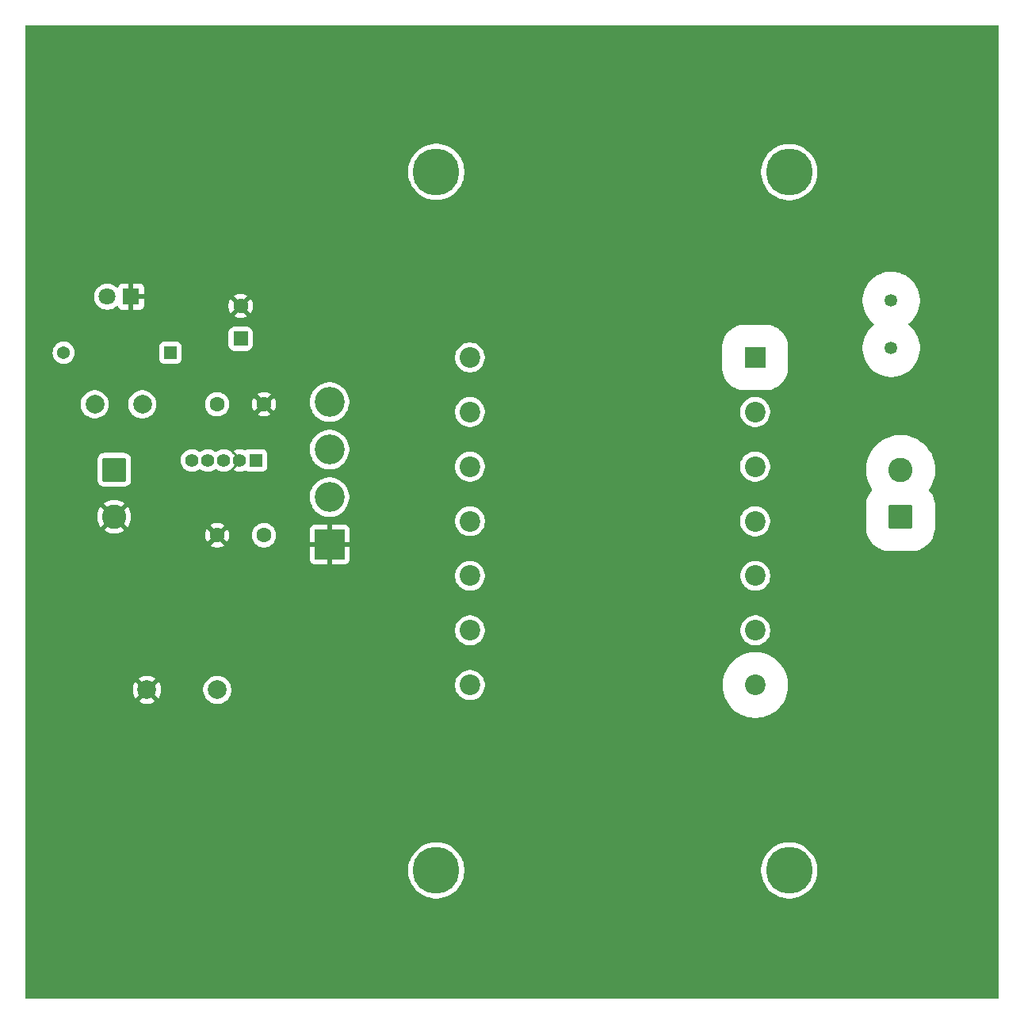
<source format=gbl>
%TF.GenerationSoftware,KiCad,Pcbnew,9.0.7-9.0.7~ubuntu24.04.1*%
%TF.CreationDate,2026-02-05T01:08:48+03:00*%
%TF.ProjectId,Linear_PowerSup_v1,4c696e65-6172-45f5-906f-776572537570,rev?*%
%TF.SameCoordinates,Original*%
%TF.FileFunction,Copper,L2,Bot*%
%TF.FilePolarity,Positive*%
%FSLAX46Y46*%
G04 Gerber Fmt 4.6, Leading zero omitted, Abs format (unit mm)*
G04 Created by KiCad (PCBNEW 9.0.7-9.0.7~ubuntu24.04.1) date 2026-02-05 01:08:48*
%MOMM*%
%LPD*%
G01*
G04 APERTURE LIST*
G04 Aperture macros list*
%AMRoundRect*
0 Rectangle with rounded corners*
0 $1 Rounding radius*
0 $2 $3 $4 $5 $6 $7 $8 $9 X,Y pos of 4 corners*
0 Add a 4 corners polygon primitive as box body*
4,1,4,$2,$3,$4,$5,$6,$7,$8,$9,$2,$3,0*
0 Add four circle primitives for the rounded corners*
1,1,$1+$1,$2,$3*
1,1,$1+$1,$4,$5*
1,1,$1+$1,$6,$7*
1,1,$1+$1,$8,$9*
0 Add four rect primitives between the rounded corners*
20,1,$1+$1,$2,$3,$4,$5,0*
20,1,$1+$1,$4,$5,$6,$7,0*
20,1,$1+$1,$6,$7,$8,$9,0*
20,1,$1+$1,$8,$9,$2,$3,0*%
G04 Aperture macros list end*
%TA.AperFunction,ComponentPad*%
%ADD10C,2.000000*%
%TD*%
%TA.AperFunction,ComponentPad*%
%ADD11RoundRect,0.250000X-1.050000X1.050000X-1.050000X-1.050000X1.050000X-1.050000X1.050000X1.050000X0*%
%TD*%
%TA.AperFunction,ComponentPad*%
%ADD12C,2.600000*%
%TD*%
%TA.AperFunction,ComponentPad*%
%ADD13RoundRect,0.250000X1.050000X-1.050000X1.050000X1.050000X-1.050000X1.050000X-1.050000X-1.050000X0*%
%TD*%
%TA.AperFunction,ComponentPad*%
%ADD14R,1.371600X1.371600*%
%TD*%
%TA.AperFunction,ComponentPad*%
%ADD15C,1.371600*%
%TD*%
%TA.AperFunction,ComponentPad*%
%ADD16C,1.600000*%
%TD*%
%TA.AperFunction,ComponentPad*%
%ADD17C,1.350000*%
%TD*%
%TA.AperFunction,ComponentPad*%
%ADD18R,1.410000X1.410000*%
%TD*%
%TA.AperFunction,ComponentPad*%
%ADD19C,1.410000*%
%TD*%
%TA.AperFunction,ComponentPad*%
%ADD20RoundRect,0.250000X0.550000X-0.550000X0.550000X0.550000X-0.550000X0.550000X-0.550000X-0.550000X0*%
%TD*%
%TA.AperFunction,ComponentPad*%
%ADD21R,1.800000X1.800000*%
%TD*%
%TA.AperFunction,ComponentPad*%
%ADD22C,1.800000*%
%TD*%
%TA.AperFunction,WasherPad*%
%ADD23C,5.000000*%
%TD*%
%TA.AperFunction,ComponentPad*%
%ADD24R,2.200000X2.200000*%
%TD*%
%TA.AperFunction,ComponentPad*%
%ADD25C,2.200000*%
%TD*%
%TA.AperFunction,ComponentPad*%
%ADD26R,3.200000X3.200000*%
%TD*%
%TA.AperFunction,ComponentPad*%
%ADD27C,3.200000*%
%TD*%
%TA.AperFunction,Conductor*%
%ADD28C,0.200000*%
%TD*%
G04 APERTURE END LIST*
D10*
%TO.P,C1,1*%
%TO.N,Net-(D1-+)*%
X91000000Y-110500000D03*
%TO.P,C1,2*%
%TO.N,GND*%
X83500000Y-110500000D03*
%TD*%
D11*
%TO.P,J2,1,Pin_1*%
%TO.N,Net-(J2-Pin_1)*%
X80000000Y-87000000D03*
D12*
%TO.P,J2,2,Pin_2*%
%TO.N,GND*%
X80000000Y-92000000D03*
%TD*%
D10*
%TO.P,F2,1*%
%TO.N,Net-(U1-Vout)*%
X83000000Y-80010000D03*
%TO.P,F2,2*%
%TO.N,Net-(J2-Pin_1)*%
X77920000Y-80000000D03*
%TD*%
D13*
%TO.P,J1,1,Pin_1*%
%TO.N,NEUT*%
X164000000Y-92000000D03*
D12*
%TO.P,J1,2,Pin_2*%
%TO.N,LINE*%
X164000000Y-87000000D03*
%TD*%
D14*
%TO.P,R1,1*%
%TO.N,Net-(U1-Vout)*%
X86000000Y-74500000D03*
D15*
%TO.P,R1,2*%
%TO.N,Net-(D2-A)*%
X74595400Y-74500000D03*
%TD*%
D16*
%TO.P,C4,1*%
%TO.N,Net-(D1-+)*%
X96000000Y-94000000D03*
%TO.P,C4,2*%
%TO.N,GND*%
X91000000Y-94000000D03*
%TD*%
D17*
%TO.P,F1,1*%
%TO.N,LINE*%
X163000000Y-74000000D03*
%TO.P,F1,2*%
%TO.N,Net-(F1-Pad2)*%
X163000000Y-68920000D03*
%TD*%
D16*
%TO.P,C2,1*%
%TO.N,Net-(U1-Vout)*%
X91000000Y-80000000D03*
%TO.P,C2,2*%
%TO.N,GND*%
X96000000Y-80000000D03*
%TD*%
D18*
%TO.P,U1,1,Vin*%
%TO.N,Net-(D1-+)*%
X95100000Y-86000000D03*
D19*
%TO.P,U1,2,GND*%
%TO.N,GND*%
X93400000Y-86000000D03*
%TO.P,U1,3,Vout*%
%TO.N,Net-(U1-Vout)*%
X91700000Y-86000000D03*
%TO.P,U1,4*%
%TO.N,N/C*%
X90000000Y-86000000D03*
%TO.P,U1,5*%
X88300000Y-86000000D03*
%TD*%
D20*
%TO.P,C3,1*%
%TO.N,Net-(U1-Vout)*%
X93500000Y-73000000D03*
D16*
%TO.P,C3,2*%
%TO.N,GND*%
X93500000Y-69500000D03*
%TD*%
D21*
%TO.P,D2,1,K*%
%TO.N,GND*%
X81797700Y-68500000D03*
D22*
%TO.P,D2,2,A*%
%TO.N,Net-(D2-A)*%
X79257700Y-68500000D03*
%TD*%
D23*
%TO.P,TR1,*%
%TO.N,*%
X152100184Y-55197303D03*
X152100000Y-129800000D03*
X114400000Y-129800000D03*
X114400000Y-55175000D03*
D24*
%TO.P,TR1,1*%
%TO.N,Net-(F1-Pad2)*%
X148459835Y-74999590D03*
D25*
%TO.P,TR1,2*%
%TO.N,N/C*%
X148469939Y-80830000D03*
%TO.P,TR1,3*%
X148469939Y-86660000D03*
%TO.P,TR1,4*%
X148475000Y-92500000D03*
%TO.P,TR1,5*%
X148485095Y-98325000D03*
%TO.P,TR1,6*%
X148485095Y-104150000D03*
%TO.P,TR1,7*%
%TO.N,NEUT*%
X148490165Y-110000410D03*
%TO.P,TR1,8*%
%TO.N,N/C*%
X118000000Y-110000000D03*
%TO.P,TR1,9*%
%TO.N,Net-(D1-Pad2)*%
X118000000Y-104150000D03*
%TO.P,TR1,10*%
%TO.N,N/C*%
X118000000Y-98320000D03*
%TO.P,TR1,11*%
X118000686Y-92489964D03*
%TO.P,TR1,12*%
X118000000Y-86660000D03*
%TO.P,TR1,13*%
%TO.N,Net-(D1-Pad3)*%
X118000000Y-80830000D03*
%TO.P,TR1,14*%
%TO.N,N/C*%
X118000000Y-75000000D03*
%TD*%
D26*
%TO.P,D1,1,-*%
%TO.N,GND*%
X103000000Y-95000000D03*
D27*
%TO.P,D1,2*%
%TO.N,Net-(D1-Pad2)*%
X103000000Y-89920000D03*
%TO.P,D1,3*%
%TO.N,Net-(D1-Pad3)*%
X103000000Y-84840000D03*
%TO.P,D1,4,+*%
%TO.N,Net-(D1-+)*%
X103000000Y-79760000D03*
%TD*%
D28*
%TO.N,Net-(U1-Vout)*%
X91000000Y-80000000D02*
X91000000Y-80500000D01*
%TD*%
%TA.AperFunction,Conductor*%
%TO.N,GND*%
G36*
X174442539Y-39520185D02*
G01*
X174488294Y-39572989D01*
X174499500Y-39624500D01*
X174499500Y-143375500D01*
X174479815Y-143442539D01*
X174427011Y-143488294D01*
X174375500Y-143499500D01*
X70624500Y-143499500D01*
X70557461Y-143479815D01*
X70511706Y-143427011D01*
X70500500Y-143375500D01*
X70500500Y-129631491D01*
X111399500Y-129631491D01*
X111399500Y-129968508D01*
X111437231Y-130303381D01*
X111437233Y-130303397D01*
X111512223Y-130631953D01*
X111512227Y-130631965D01*
X111623532Y-130950054D01*
X111769752Y-131253683D01*
X111769754Y-131253686D01*
X111949054Y-131539039D01*
X112159175Y-131802523D01*
X112397477Y-132040825D01*
X112660961Y-132250946D01*
X112946314Y-132430246D01*
X113249949Y-132576469D01*
X113488848Y-132660063D01*
X113568034Y-132687772D01*
X113568046Y-132687776D01*
X113896606Y-132762767D01*
X114231492Y-132800499D01*
X114231493Y-132800500D01*
X114231496Y-132800500D01*
X114568507Y-132800500D01*
X114568507Y-132800499D01*
X114903394Y-132762767D01*
X115231954Y-132687776D01*
X115550051Y-132576469D01*
X115853686Y-132430246D01*
X116139039Y-132250946D01*
X116402523Y-132040825D01*
X116640825Y-131802523D01*
X116850946Y-131539039D01*
X117030246Y-131253686D01*
X117176469Y-130950051D01*
X117287776Y-130631954D01*
X117362767Y-130303394D01*
X117400500Y-129968504D01*
X117400500Y-129631496D01*
X117400499Y-129631491D01*
X149099500Y-129631491D01*
X149099500Y-129968508D01*
X149137231Y-130303381D01*
X149137233Y-130303397D01*
X149212223Y-130631953D01*
X149212227Y-130631965D01*
X149323532Y-130950054D01*
X149469752Y-131253683D01*
X149469754Y-131253686D01*
X149649054Y-131539039D01*
X149859175Y-131802523D01*
X150097477Y-132040825D01*
X150360961Y-132250946D01*
X150646314Y-132430246D01*
X150949949Y-132576469D01*
X151188848Y-132660063D01*
X151268034Y-132687772D01*
X151268046Y-132687776D01*
X151596606Y-132762767D01*
X151931492Y-132800499D01*
X151931493Y-132800500D01*
X151931496Y-132800500D01*
X152268507Y-132800500D01*
X152268507Y-132800499D01*
X152603394Y-132762767D01*
X152931954Y-132687776D01*
X153250051Y-132576469D01*
X153553686Y-132430246D01*
X153839039Y-132250946D01*
X154102523Y-132040825D01*
X154340825Y-131802523D01*
X154550946Y-131539039D01*
X154730246Y-131253686D01*
X154876469Y-130950051D01*
X154987776Y-130631954D01*
X155062767Y-130303394D01*
X155100500Y-129968504D01*
X155100500Y-129631496D01*
X155062767Y-129296606D01*
X154987776Y-128968046D01*
X154876469Y-128649949D01*
X154730246Y-128346314D01*
X154550946Y-128060961D01*
X154340825Y-127797477D01*
X154102523Y-127559175D01*
X153839039Y-127349054D01*
X153553686Y-127169754D01*
X153553683Y-127169752D01*
X153250054Y-127023532D01*
X152931965Y-126912227D01*
X152931953Y-126912223D01*
X152603397Y-126837233D01*
X152603381Y-126837231D01*
X152268508Y-126799500D01*
X152268504Y-126799500D01*
X151931496Y-126799500D01*
X151931491Y-126799500D01*
X151596618Y-126837231D01*
X151596602Y-126837233D01*
X151268046Y-126912223D01*
X151268034Y-126912227D01*
X150949945Y-127023532D01*
X150646316Y-127169752D01*
X150360962Y-127349053D01*
X150097477Y-127559174D01*
X149859174Y-127797477D01*
X149649053Y-128060962D01*
X149469752Y-128346316D01*
X149323532Y-128649945D01*
X149212227Y-128968034D01*
X149212223Y-128968046D01*
X149137233Y-129296602D01*
X149137231Y-129296618D01*
X149099500Y-129631491D01*
X117400499Y-129631491D01*
X117362767Y-129296606D01*
X117287776Y-128968046D01*
X117176469Y-128649949D01*
X117030246Y-128346314D01*
X116850946Y-128060961D01*
X116640825Y-127797477D01*
X116402523Y-127559175D01*
X116139039Y-127349054D01*
X115853686Y-127169754D01*
X115853683Y-127169752D01*
X115550054Y-127023532D01*
X115231965Y-126912227D01*
X115231953Y-126912223D01*
X114903397Y-126837233D01*
X114903381Y-126837231D01*
X114568508Y-126799500D01*
X114568504Y-126799500D01*
X114231496Y-126799500D01*
X114231491Y-126799500D01*
X113896618Y-126837231D01*
X113896602Y-126837233D01*
X113568046Y-126912223D01*
X113568034Y-126912227D01*
X113249945Y-127023532D01*
X112946316Y-127169752D01*
X112660962Y-127349053D01*
X112397477Y-127559174D01*
X112159174Y-127797477D01*
X111949053Y-128060962D01*
X111769752Y-128346316D01*
X111623532Y-128649945D01*
X111512227Y-128968034D01*
X111512223Y-128968046D01*
X111437233Y-129296602D01*
X111437231Y-129296618D01*
X111399500Y-129631491D01*
X70500500Y-129631491D01*
X70500500Y-110381947D01*
X82000000Y-110381947D01*
X82000000Y-110618052D01*
X82036934Y-110851247D01*
X82109897Y-111075802D01*
X82217087Y-111286174D01*
X82277338Y-111369104D01*
X82277340Y-111369105D01*
X83017037Y-110629408D01*
X83034075Y-110692993D01*
X83099901Y-110807007D01*
X83192993Y-110900099D01*
X83307007Y-110965925D01*
X83370590Y-110982962D01*
X82630893Y-111722658D01*
X82713828Y-111782914D01*
X82924197Y-111890102D01*
X83148752Y-111963065D01*
X83148751Y-111963065D01*
X83381948Y-112000000D01*
X83618052Y-112000000D01*
X83851247Y-111963065D01*
X84075802Y-111890102D01*
X84286163Y-111782918D01*
X84286169Y-111782914D01*
X84369104Y-111722658D01*
X84369105Y-111722658D01*
X83629408Y-110982962D01*
X83692993Y-110965925D01*
X83807007Y-110900099D01*
X83900099Y-110807007D01*
X83965925Y-110692993D01*
X83982962Y-110629409D01*
X84722658Y-111369105D01*
X84722658Y-111369104D01*
X84782914Y-111286169D01*
X84782918Y-111286163D01*
X84890102Y-111075802D01*
X84963065Y-110851247D01*
X85000000Y-110618052D01*
X85000000Y-110381947D01*
X84999993Y-110381902D01*
X89499500Y-110381902D01*
X89499500Y-110618097D01*
X89536446Y-110851368D01*
X89609433Y-111075996D01*
X89683212Y-111220794D01*
X89716657Y-111286433D01*
X89855483Y-111477510D01*
X90022490Y-111644517D01*
X90213567Y-111783343D01*
X90250582Y-111802203D01*
X90424003Y-111890566D01*
X90424005Y-111890566D01*
X90424008Y-111890568D01*
X90544412Y-111929689D01*
X90648631Y-111963553D01*
X90881903Y-112000500D01*
X90881908Y-112000500D01*
X91118097Y-112000500D01*
X91351368Y-111963553D01*
X91352870Y-111963065D01*
X91575992Y-111890568D01*
X91786433Y-111783343D01*
X91977510Y-111644517D01*
X92144517Y-111477510D01*
X92283343Y-111286433D01*
X92390568Y-111075992D01*
X92463553Y-110851368D01*
X92488637Y-110692993D01*
X92500500Y-110618097D01*
X92500500Y-110381902D01*
X92463553Y-110148631D01*
X92415259Y-110000000D01*
X92390568Y-109924008D01*
X92365107Y-109874038D01*
X116399500Y-109874038D01*
X116399500Y-110125962D01*
X116403091Y-110148632D01*
X116438910Y-110374785D01*
X116516760Y-110614383D01*
X116631132Y-110838848D01*
X116779201Y-111042649D01*
X116779205Y-111042654D01*
X116957345Y-111220794D01*
X116957350Y-111220798D01*
X117135117Y-111349952D01*
X117161155Y-111368870D01*
X117304184Y-111441747D01*
X117385616Y-111483239D01*
X117385618Y-111483239D01*
X117385621Y-111483241D01*
X117625215Y-111561090D01*
X117874038Y-111600500D01*
X117874039Y-111600500D01*
X118125961Y-111600500D01*
X118125962Y-111600500D01*
X118374785Y-111561090D01*
X118614379Y-111483241D01*
X118838845Y-111368870D01*
X119042656Y-111220793D01*
X119220793Y-111042656D01*
X119368870Y-110838845D01*
X119483241Y-110614379D01*
X119561090Y-110374785D01*
X119600500Y-110125962D01*
X119600500Y-109874038D01*
X119593278Y-109828441D01*
X144989665Y-109828441D01*
X144989665Y-110172379D01*
X144999916Y-110276464D01*
X145023375Y-110514659D01*
X145090473Y-110851982D01*
X145190315Y-111181116D01*
X145268182Y-111369104D01*
X145315459Y-111483241D01*
X145321935Y-111498874D01*
X145321937Y-111498879D01*
X145484058Y-111802185D01*
X145484069Y-111802203D01*
X145675140Y-112088161D01*
X145675150Y-112088175D01*
X145893341Y-112354042D01*
X146136532Y-112597233D01*
X146136537Y-112597237D01*
X146136538Y-112597238D01*
X146402405Y-112815429D01*
X146688378Y-113006510D01*
X146688387Y-113006515D01*
X146688389Y-113006516D01*
X146991695Y-113168637D01*
X146991697Y-113168637D01*
X146991703Y-113168641D01*
X147309460Y-113300260D01*
X147638587Y-113400100D01*
X147975915Y-113467199D01*
X148318196Y-113500910D01*
X148318199Y-113500910D01*
X148662131Y-113500910D01*
X148662134Y-113500910D01*
X149004415Y-113467199D01*
X149341743Y-113400100D01*
X149670870Y-113300260D01*
X149988627Y-113168641D01*
X150291952Y-113006510D01*
X150577925Y-112815429D01*
X150843792Y-112597238D01*
X151086993Y-112354037D01*
X151305184Y-112088170D01*
X151496265Y-111802197D01*
X151658396Y-111498872D01*
X151790015Y-111181115D01*
X151889855Y-110851988D01*
X151956954Y-110514660D01*
X151990665Y-110172379D01*
X151990665Y-109828441D01*
X151956954Y-109486160D01*
X151889855Y-109148832D01*
X151790015Y-108819705D01*
X151658396Y-108501948D01*
X151624701Y-108438910D01*
X151496271Y-108198634D01*
X151496270Y-108198632D01*
X151496265Y-108198623D01*
X151305184Y-107912650D01*
X151086993Y-107646783D01*
X151086992Y-107646782D01*
X151086988Y-107646777D01*
X150843797Y-107403586D01*
X150577930Y-107185395D01*
X150577929Y-107185394D01*
X150577925Y-107185391D01*
X150291952Y-106994310D01*
X150291947Y-106994307D01*
X150291940Y-106994303D01*
X149988634Y-106832182D01*
X149988629Y-106832180D01*
X149670871Y-106700560D01*
X149341737Y-106600718D01*
X149004413Y-106533620D01*
X149004414Y-106533620D01*
X148746621Y-106508231D01*
X148662134Y-106499910D01*
X148318196Y-106499910D01*
X148240131Y-106507598D01*
X147975915Y-106533620D01*
X147638592Y-106600718D01*
X147309458Y-106700560D01*
X146991700Y-106832180D01*
X146991695Y-106832182D01*
X146688389Y-106994303D01*
X146688371Y-106994314D01*
X146402413Y-107185385D01*
X146402399Y-107185395D01*
X146136532Y-107403586D01*
X145893341Y-107646777D01*
X145675150Y-107912644D01*
X145675140Y-107912658D01*
X145484069Y-108198616D01*
X145484058Y-108198634D01*
X145321937Y-108501940D01*
X145321935Y-108501945D01*
X145190315Y-108819703D01*
X145090473Y-109148837D01*
X145023375Y-109486160D01*
X145009121Y-109630893D01*
X144989665Y-109828441D01*
X119593278Y-109828441D01*
X119561090Y-109625215D01*
X119483241Y-109385621D01*
X119483239Y-109385618D01*
X119483239Y-109385616D01*
X119428068Y-109277338D01*
X119368870Y-109161155D01*
X119331291Y-109109432D01*
X119220798Y-108957350D01*
X119220794Y-108957345D01*
X119042654Y-108779205D01*
X119042649Y-108779201D01*
X118838848Y-108631132D01*
X118838847Y-108631131D01*
X118838845Y-108631130D01*
X118768747Y-108595413D01*
X118614383Y-108516760D01*
X118374785Y-108438910D01*
X118125962Y-108399500D01*
X117874038Y-108399500D01*
X117749626Y-108419205D01*
X117625214Y-108438910D01*
X117385616Y-108516760D01*
X117161151Y-108631132D01*
X116957350Y-108779201D01*
X116957345Y-108779205D01*
X116779205Y-108957345D01*
X116779201Y-108957350D01*
X116631132Y-109161151D01*
X116516760Y-109385616D01*
X116438910Y-109625214D01*
X116399500Y-109874038D01*
X92365107Y-109874038D01*
X92283343Y-109713567D01*
X92144517Y-109522490D01*
X91977510Y-109355483D01*
X91786433Y-109216657D01*
X91575996Y-109109433D01*
X91351368Y-109036446D01*
X91118097Y-108999500D01*
X91118092Y-108999500D01*
X90881908Y-108999500D01*
X90881903Y-108999500D01*
X90648631Y-109036446D01*
X90424003Y-109109433D01*
X90213566Y-109216657D01*
X90130047Y-109277338D01*
X90022490Y-109355483D01*
X90022488Y-109355485D01*
X90022487Y-109355485D01*
X89855485Y-109522487D01*
X89855485Y-109522488D01*
X89855483Y-109522490D01*
X89795862Y-109604550D01*
X89716657Y-109713566D01*
X89609433Y-109924003D01*
X89536446Y-110148631D01*
X89499500Y-110381902D01*
X84999993Y-110381902D01*
X84963065Y-110148752D01*
X84890102Y-109924197D01*
X84782914Y-109713828D01*
X84722658Y-109630894D01*
X84722658Y-109630893D01*
X83982962Y-110370590D01*
X83965925Y-110307007D01*
X83900099Y-110192993D01*
X83807007Y-110099901D01*
X83692993Y-110034075D01*
X83629409Y-110017037D01*
X84369105Y-109277340D01*
X84369104Y-109277338D01*
X84286174Y-109217087D01*
X84075802Y-109109897D01*
X83851247Y-109036934D01*
X83851248Y-109036934D01*
X83618052Y-109000000D01*
X83381948Y-109000000D01*
X83148752Y-109036934D01*
X82924197Y-109109897D01*
X82713830Y-109217084D01*
X82630894Y-109277340D01*
X83370591Y-110017037D01*
X83307007Y-110034075D01*
X83192993Y-110099901D01*
X83099901Y-110192993D01*
X83034075Y-110307007D01*
X83017037Y-110370591D01*
X82277340Y-109630894D01*
X82217084Y-109713830D01*
X82109897Y-109924197D01*
X82036934Y-110148752D01*
X82000000Y-110381947D01*
X70500500Y-110381947D01*
X70500500Y-104024038D01*
X116399500Y-104024038D01*
X116399500Y-104275961D01*
X116438910Y-104524785D01*
X116516760Y-104764383D01*
X116631132Y-104988848D01*
X116779201Y-105192649D01*
X116779205Y-105192654D01*
X116957345Y-105370794D01*
X116957350Y-105370798D01*
X117135117Y-105499952D01*
X117161155Y-105518870D01*
X117304184Y-105591747D01*
X117385616Y-105633239D01*
X117385618Y-105633239D01*
X117385621Y-105633241D01*
X117625215Y-105711090D01*
X117874038Y-105750500D01*
X117874039Y-105750500D01*
X118125961Y-105750500D01*
X118125962Y-105750500D01*
X118374785Y-105711090D01*
X118614379Y-105633241D01*
X118838845Y-105518870D01*
X119042656Y-105370793D01*
X119220793Y-105192656D01*
X119368870Y-104988845D01*
X119483241Y-104764379D01*
X119561090Y-104524785D01*
X119600500Y-104275962D01*
X119600500Y-104024038D01*
X146884595Y-104024038D01*
X146884595Y-104275961D01*
X146924005Y-104524785D01*
X147001855Y-104764383D01*
X147116227Y-104988848D01*
X147264296Y-105192649D01*
X147264300Y-105192654D01*
X147442440Y-105370794D01*
X147442445Y-105370798D01*
X147620212Y-105499952D01*
X147646250Y-105518870D01*
X147789279Y-105591747D01*
X147870711Y-105633239D01*
X147870713Y-105633239D01*
X147870716Y-105633241D01*
X148110310Y-105711090D01*
X148359133Y-105750500D01*
X148359134Y-105750500D01*
X148611056Y-105750500D01*
X148611057Y-105750500D01*
X148859880Y-105711090D01*
X149099474Y-105633241D01*
X149323940Y-105518870D01*
X149527751Y-105370793D01*
X149705888Y-105192656D01*
X149853965Y-104988845D01*
X149968336Y-104764379D01*
X150046185Y-104524785D01*
X150085595Y-104275962D01*
X150085595Y-104024038D01*
X150046185Y-103775215D01*
X149968336Y-103535621D01*
X149968334Y-103535618D01*
X149968334Y-103535616D01*
X149926842Y-103454184D01*
X149853965Y-103311155D01*
X149835047Y-103285117D01*
X149705893Y-103107350D01*
X149705889Y-103107345D01*
X149527749Y-102929205D01*
X149527744Y-102929201D01*
X149323943Y-102781132D01*
X149323942Y-102781131D01*
X149323940Y-102781130D01*
X149253842Y-102745413D01*
X149099478Y-102666760D01*
X148859880Y-102588910D01*
X148611057Y-102549500D01*
X148359133Y-102549500D01*
X148234721Y-102569205D01*
X148110309Y-102588910D01*
X147870711Y-102666760D01*
X147646246Y-102781132D01*
X147442445Y-102929201D01*
X147442440Y-102929205D01*
X147264300Y-103107345D01*
X147264296Y-103107350D01*
X147116227Y-103311151D01*
X147001855Y-103535616D01*
X146924005Y-103775214D01*
X146884595Y-104024038D01*
X119600500Y-104024038D01*
X119561090Y-103775215D01*
X119483241Y-103535621D01*
X119483239Y-103535618D01*
X119483239Y-103535616D01*
X119441747Y-103454184D01*
X119368870Y-103311155D01*
X119349952Y-103285117D01*
X119220798Y-103107350D01*
X119220794Y-103107345D01*
X119042654Y-102929205D01*
X119042649Y-102929201D01*
X118838848Y-102781132D01*
X118838847Y-102781131D01*
X118838845Y-102781130D01*
X118768747Y-102745413D01*
X118614383Y-102666760D01*
X118374785Y-102588910D01*
X118125962Y-102549500D01*
X117874038Y-102549500D01*
X117749626Y-102569205D01*
X117625214Y-102588910D01*
X117385616Y-102666760D01*
X117161151Y-102781132D01*
X116957350Y-102929201D01*
X116957345Y-102929205D01*
X116779205Y-103107345D01*
X116779201Y-103107350D01*
X116631132Y-103311151D01*
X116516760Y-103535616D01*
X116438910Y-103775214D01*
X116399500Y-104024038D01*
X70500500Y-104024038D01*
X70500500Y-98194038D01*
X116399500Y-98194038D01*
X116399500Y-98445961D01*
X116438910Y-98694785D01*
X116516760Y-98934383D01*
X116631132Y-99158848D01*
X116779201Y-99362649D01*
X116779205Y-99362654D01*
X116957345Y-99540794D01*
X116957350Y-99540798D01*
X117135117Y-99669952D01*
X117161155Y-99688870D01*
X117304184Y-99761747D01*
X117385616Y-99803239D01*
X117385618Y-99803239D01*
X117385621Y-99803241D01*
X117625215Y-99881090D01*
X117874038Y-99920500D01*
X117874039Y-99920500D01*
X118125961Y-99920500D01*
X118125962Y-99920500D01*
X118374785Y-99881090D01*
X118614379Y-99803241D01*
X118838845Y-99688870D01*
X119042656Y-99540793D01*
X119220793Y-99362656D01*
X119368870Y-99158845D01*
X119483241Y-98934379D01*
X119561090Y-98694785D01*
X119600500Y-98445962D01*
X119600500Y-98199038D01*
X146884595Y-98199038D01*
X146884595Y-98450961D01*
X146924005Y-98699785D01*
X147001855Y-98939383D01*
X147080508Y-99093747D01*
X147113677Y-99158845D01*
X147116227Y-99163848D01*
X147264296Y-99367649D01*
X147264300Y-99367654D01*
X147442440Y-99545794D01*
X147442445Y-99545798D01*
X147620212Y-99674952D01*
X147646250Y-99693870D01*
X147789279Y-99766747D01*
X147870711Y-99808239D01*
X147870713Y-99808239D01*
X147870716Y-99808241D01*
X148110310Y-99886090D01*
X148359133Y-99925500D01*
X148359134Y-99925500D01*
X148611056Y-99925500D01*
X148611057Y-99925500D01*
X148859880Y-99886090D01*
X149099474Y-99808241D01*
X149323940Y-99693870D01*
X149527751Y-99545793D01*
X149705888Y-99367656D01*
X149853965Y-99163845D01*
X149968336Y-98939379D01*
X150046185Y-98699785D01*
X150085595Y-98450962D01*
X150085595Y-98199038D01*
X150046185Y-97950215D01*
X149968336Y-97710621D01*
X149968334Y-97710618D01*
X149968334Y-97710616D01*
X149926842Y-97629184D01*
X149853965Y-97486155D01*
X149835047Y-97460117D01*
X149705893Y-97282350D01*
X149705889Y-97282345D01*
X149527749Y-97104205D01*
X149527744Y-97104201D01*
X149323943Y-96956132D01*
X149323942Y-96956131D01*
X149323940Y-96956130D01*
X149253842Y-96920413D01*
X149099478Y-96841760D01*
X148859880Y-96763910D01*
X148828311Y-96758910D01*
X148611057Y-96724500D01*
X148359133Y-96724500D01*
X148234721Y-96744205D01*
X148110309Y-96763910D01*
X147870711Y-96841760D01*
X147646246Y-96956132D01*
X147442445Y-97104201D01*
X147442440Y-97104205D01*
X147264300Y-97282345D01*
X147264296Y-97282350D01*
X147116227Y-97486151D01*
X147001855Y-97710616D01*
X146924005Y-97950214D01*
X146884595Y-98199038D01*
X119600500Y-98199038D01*
X119600500Y-98194038D01*
X119561090Y-97945215D01*
X119483241Y-97705621D01*
X119483239Y-97705618D01*
X119483239Y-97705616D01*
X119441747Y-97624184D01*
X119368870Y-97481155D01*
X119349952Y-97455117D01*
X119220798Y-97277350D01*
X119220794Y-97277345D01*
X119042654Y-97099205D01*
X119042649Y-97099201D01*
X118838848Y-96951132D01*
X118838847Y-96951131D01*
X118838845Y-96951130D01*
X118768747Y-96915413D01*
X118614383Y-96836760D01*
X118374785Y-96758910D01*
X118125962Y-96719500D01*
X117874038Y-96719500D01*
X117749626Y-96739205D01*
X117625214Y-96758910D01*
X117385616Y-96836760D01*
X117161151Y-96951132D01*
X116957350Y-97099201D01*
X116957345Y-97099205D01*
X116779205Y-97277345D01*
X116779201Y-97277350D01*
X116631132Y-97481151D01*
X116516760Y-97705616D01*
X116438910Y-97945214D01*
X116399500Y-98194038D01*
X70500500Y-98194038D01*
X70500500Y-93897682D01*
X89700000Y-93897682D01*
X89700000Y-94102317D01*
X89732009Y-94304417D01*
X89795244Y-94499031D01*
X89888141Y-94681350D01*
X89888147Y-94681359D01*
X89920523Y-94725921D01*
X89920524Y-94725922D01*
X90600000Y-94046446D01*
X90600000Y-94052661D01*
X90627259Y-94154394D01*
X90679920Y-94245606D01*
X90754394Y-94320080D01*
X90845606Y-94372741D01*
X90947339Y-94400000D01*
X90953553Y-94400000D01*
X90274076Y-95079474D01*
X90318650Y-95111859D01*
X90500968Y-95204755D01*
X90695582Y-95267990D01*
X90897683Y-95300000D01*
X91102317Y-95300000D01*
X91304417Y-95267990D01*
X91499031Y-95204755D01*
X91681349Y-95111859D01*
X91725921Y-95079474D01*
X91046447Y-94400000D01*
X91052661Y-94400000D01*
X91154394Y-94372741D01*
X91245606Y-94320080D01*
X91320080Y-94245606D01*
X91372741Y-94154394D01*
X91400000Y-94052661D01*
X91400000Y-94046447D01*
X92079474Y-94725921D01*
X92111859Y-94681349D01*
X92204755Y-94499031D01*
X92267990Y-94304417D01*
X92300000Y-94102317D01*
X92300000Y-93897682D01*
X92299995Y-93897648D01*
X94699500Y-93897648D01*
X94699500Y-94102351D01*
X94731522Y-94304534D01*
X94794781Y-94499223D01*
X94856860Y-94621058D01*
X94887585Y-94681359D01*
X94887715Y-94681613D01*
X95008028Y-94847213D01*
X95152786Y-94991971D01*
X95272289Y-95078793D01*
X95318390Y-95112287D01*
X95434607Y-95171503D01*
X95500776Y-95205218D01*
X95500778Y-95205218D01*
X95500781Y-95205220D01*
X95605137Y-95239127D01*
X95695465Y-95268477D01*
X95796557Y-95284488D01*
X95897648Y-95300500D01*
X95897649Y-95300500D01*
X96102351Y-95300500D01*
X96102352Y-95300500D01*
X96304534Y-95268477D01*
X96499219Y-95205220D01*
X96681610Y-95112287D01*
X96692221Y-95104577D01*
X96700835Y-95098320D01*
X96847213Y-94991971D01*
X96847215Y-94991968D01*
X96847219Y-94991966D01*
X96991966Y-94847219D01*
X96991968Y-94847215D01*
X96991971Y-94847213D01*
X97062599Y-94750000D01*
X97112287Y-94681610D01*
X97205220Y-94499219D01*
X97268477Y-94304534D01*
X97300500Y-94102352D01*
X97300500Y-93897648D01*
X97280156Y-93769200D01*
X97268477Y-93695465D01*
X97215563Y-93532613D01*
X97205220Y-93500781D01*
X97205218Y-93500778D01*
X97205218Y-93500776D01*
X97172863Y-93437277D01*
X97129491Y-93352155D01*
X100900000Y-93352155D01*
X100900000Y-94750000D01*
X102237639Y-94750000D01*
X102230743Y-94766649D01*
X102200000Y-94921207D01*
X102200000Y-95078793D01*
X102230743Y-95233351D01*
X102237639Y-95250000D01*
X100900000Y-95250000D01*
X100900000Y-96647844D01*
X100906401Y-96707372D01*
X100906403Y-96707379D01*
X100956645Y-96842086D01*
X100956649Y-96842093D01*
X101042809Y-96957187D01*
X101042812Y-96957190D01*
X101157906Y-97043350D01*
X101157913Y-97043354D01*
X101292620Y-97093596D01*
X101292627Y-97093598D01*
X101352155Y-97099999D01*
X101352172Y-97100000D01*
X102750000Y-97100000D01*
X102750000Y-95762360D01*
X102766649Y-95769257D01*
X102921207Y-95800000D01*
X103078793Y-95800000D01*
X103233351Y-95769257D01*
X103250000Y-95762360D01*
X103250000Y-97100000D01*
X104647828Y-97100000D01*
X104647844Y-97099999D01*
X104707372Y-97093598D01*
X104707379Y-97093596D01*
X104842086Y-97043354D01*
X104842093Y-97043350D01*
X104957187Y-96957190D01*
X104957190Y-96957187D01*
X105043350Y-96842093D01*
X105043354Y-96842086D01*
X105093596Y-96707379D01*
X105093598Y-96707372D01*
X105099999Y-96647844D01*
X105100000Y-96647827D01*
X105100000Y-95250000D01*
X103762361Y-95250000D01*
X103769257Y-95233351D01*
X103800000Y-95078793D01*
X103800000Y-94921207D01*
X103769257Y-94766649D01*
X103762361Y-94750000D01*
X105100000Y-94750000D01*
X105100000Y-93352172D01*
X105099999Y-93352155D01*
X105093598Y-93292627D01*
X105093596Y-93292620D01*
X105043354Y-93157913D01*
X105043350Y-93157906D01*
X104957190Y-93042812D01*
X104957187Y-93042809D01*
X104842093Y-92956649D01*
X104842086Y-92956645D01*
X104707379Y-92906403D01*
X104707372Y-92906401D01*
X104647844Y-92900000D01*
X103250000Y-92900000D01*
X103250000Y-94237639D01*
X103233351Y-94230743D01*
X103078793Y-94200000D01*
X102921207Y-94200000D01*
X102766649Y-94230743D01*
X102750000Y-94237639D01*
X102750000Y-92900000D01*
X101352155Y-92900000D01*
X101292627Y-92906401D01*
X101292620Y-92906403D01*
X101157913Y-92956645D01*
X101157906Y-92956649D01*
X101042812Y-93042809D01*
X101042809Y-93042812D01*
X100956649Y-93157906D01*
X100956645Y-93157913D01*
X100906403Y-93292620D01*
X100906401Y-93292627D01*
X100900000Y-93352155D01*
X97129491Y-93352155D01*
X97112287Y-93318390D01*
X97112285Y-93318387D01*
X97112284Y-93318385D01*
X96991971Y-93152786D01*
X96847213Y-93008028D01*
X96681613Y-92887715D01*
X96681612Y-92887714D01*
X96681610Y-92887713D01*
X96624653Y-92858691D01*
X96499223Y-92794781D01*
X96304534Y-92731522D01*
X96129995Y-92703878D01*
X96102352Y-92699500D01*
X95897648Y-92699500D01*
X95873329Y-92703351D01*
X95695465Y-92731522D01*
X95500776Y-92794781D01*
X95318386Y-92887715D01*
X95152786Y-93008028D01*
X95008028Y-93152786D01*
X94887715Y-93318386D01*
X94794781Y-93500776D01*
X94731522Y-93695465D01*
X94699500Y-93897648D01*
X92299995Y-93897648D01*
X92267990Y-93695582D01*
X92204755Y-93500968D01*
X92111859Y-93318650D01*
X92079474Y-93274077D01*
X92079474Y-93274076D01*
X91400000Y-93953551D01*
X91400000Y-93947339D01*
X91372741Y-93845606D01*
X91320080Y-93754394D01*
X91245606Y-93679920D01*
X91154394Y-93627259D01*
X91052661Y-93600000D01*
X91046446Y-93600000D01*
X91725922Y-92920524D01*
X91725921Y-92920523D01*
X91681359Y-92888147D01*
X91681350Y-92888141D01*
X91499031Y-92795244D01*
X91304417Y-92732009D01*
X91102317Y-92700000D01*
X90897683Y-92700000D01*
X90695582Y-92732009D01*
X90500968Y-92795244D01*
X90318644Y-92888143D01*
X90274077Y-92920523D01*
X90274077Y-92920524D01*
X90953554Y-93600000D01*
X90947339Y-93600000D01*
X90845606Y-93627259D01*
X90754394Y-93679920D01*
X90679920Y-93754394D01*
X90627259Y-93845606D01*
X90600000Y-93947339D01*
X90600000Y-93953553D01*
X89920524Y-93274077D01*
X89920523Y-93274077D01*
X89888143Y-93318644D01*
X89795244Y-93500968D01*
X89732009Y-93695582D01*
X89700000Y-93897682D01*
X70500500Y-93897682D01*
X70500500Y-91882014D01*
X78200000Y-91882014D01*
X78200000Y-92117985D01*
X78230799Y-92351914D01*
X78291870Y-92579837D01*
X78382160Y-92797819D01*
X78382165Y-92797828D01*
X78500144Y-93002171D01*
X78500145Y-93002172D01*
X78562721Y-93083723D01*
X79398958Y-92247487D01*
X79423978Y-92307890D01*
X79495112Y-92414351D01*
X79585649Y-92504888D01*
X79692110Y-92576022D01*
X79752511Y-92601041D01*
X78916275Y-93437277D01*
X78997827Y-93499854D01*
X78997828Y-93499855D01*
X79202171Y-93617834D01*
X79202180Y-93617839D01*
X79420163Y-93708129D01*
X79420161Y-93708129D01*
X79648085Y-93769200D01*
X79882014Y-93799999D01*
X79882029Y-93800000D01*
X80117971Y-93800000D01*
X80117985Y-93799999D01*
X80346780Y-93769877D01*
X80351914Y-93769200D01*
X80579837Y-93708129D01*
X80797819Y-93617839D01*
X80797828Y-93617834D01*
X81002181Y-93499850D01*
X81083723Y-93437279D01*
X81083723Y-93437276D01*
X80247487Y-92601041D01*
X80307890Y-92576022D01*
X80414351Y-92504888D01*
X80504888Y-92414351D01*
X80576022Y-92307890D01*
X80601041Y-92247488D01*
X81437276Y-93083723D01*
X81437279Y-93083723D01*
X81499850Y-93002181D01*
X81555507Y-92905782D01*
X81617834Y-92797828D01*
X81617839Y-92797819D01*
X81708129Y-92579837D01*
X81765961Y-92364002D01*
X116400186Y-92364002D01*
X116400186Y-92615926D01*
X116401776Y-92625962D01*
X116439596Y-92864749D01*
X116517446Y-93104347D01*
X116544740Y-93157913D01*
X116626507Y-93318390D01*
X116631818Y-93328812D01*
X116779887Y-93532613D01*
X116779891Y-93532618D01*
X116958031Y-93710758D01*
X116958036Y-93710762D01*
X117135803Y-93839916D01*
X117161841Y-93858834D01*
X117238085Y-93897682D01*
X117386302Y-93973203D01*
X117386304Y-93973203D01*
X117386307Y-93973205D01*
X117625901Y-94051054D01*
X117874724Y-94090464D01*
X117874725Y-94090464D01*
X118126647Y-94090464D01*
X118126648Y-94090464D01*
X118375471Y-94051054D01*
X118615065Y-93973205D01*
X118839531Y-93858834D01*
X119043342Y-93710757D01*
X119221479Y-93532620D01*
X119369556Y-93328809D01*
X119483927Y-93104343D01*
X119561776Y-92864749D01*
X119601186Y-92615926D01*
X119601186Y-92374038D01*
X146874500Y-92374038D01*
X146874500Y-92625961D01*
X146913910Y-92874785D01*
X146991760Y-93114383D01*
X147070413Y-93268747D01*
X147101016Y-93328809D01*
X147106132Y-93338848D01*
X147254201Y-93542649D01*
X147254205Y-93542654D01*
X147432345Y-93720794D01*
X147432350Y-93720798D01*
X147499902Y-93769877D01*
X147636155Y-93868870D01*
X147779184Y-93941747D01*
X147860616Y-93983239D01*
X147860618Y-93983239D01*
X147860621Y-93983241D01*
X148100215Y-94061090D01*
X148349038Y-94100500D01*
X148349039Y-94100500D01*
X148600961Y-94100500D01*
X148600962Y-94100500D01*
X148849785Y-94061090D01*
X149089379Y-93983241D01*
X149313845Y-93868870D01*
X149517656Y-93720793D01*
X149695793Y-93542656D01*
X149843870Y-93338845D01*
X149958241Y-93114379D01*
X150036090Y-92874785D01*
X150075500Y-92625962D01*
X150075500Y-92374038D01*
X150036090Y-92125215D01*
X149958241Y-91885621D01*
X149958239Y-91885618D01*
X149958239Y-91885616D01*
X149859642Y-91692110D01*
X149843870Y-91661155D01*
X149789012Y-91585649D01*
X149695798Y-91457350D01*
X149695794Y-91457345D01*
X149517654Y-91279205D01*
X149517649Y-91279201D01*
X149313848Y-91131132D01*
X149313847Y-91131131D01*
X149313845Y-91131130D01*
X149232100Y-91089479D01*
X149089383Y-91016760D01*
X148849785Y-90938910D01*
X148600962Y-90899500D01*
X148349038Y-90899500D01*
X148243126Y-90916275D01*
X148100214Y-90938910D01*
X147860616Y-91016760D01*
X147636151Y-91131132D01*
X147432350Y-91279201D01*
X147432345Y-91279205D01*
X147254205Y-91457345D01*
X147254201Y-91457350D01*
X147106132Y-91661151D01*
X146991760Y-91885616D01*
X146913910Y-92125214D01*
X146874500Y-92374038D01*
X119601186Y-92374038D01*
X119601186Y-92364002D01*
X119561776Y-92115179D01*
X119483927Y-91875585D01*
X119483925Y-91875582D01*
X119483925Y-91875580D01*
X119442433Y-91794148D01*
X119369556Y-91651119D01*
X119350638Y-91625081D01*
X119221484Y-91447314D01*
X119221480Y-91447309D01*
X119043340Y-91269169D01*
X119043335Y-91269165D01*
X118839534Y-91121096D01*
X118839533Y-91121095D01*
X118839531Y-91121094D01*
X118769433Y-91085377D01*
X118615069Y-91006724D01*
X118375471Y-90928874D01*
X118126648Y-90889464D01*
X117874724Y-90889464D01*
X117811360Y-90899500D01*
X117625900Y-90928874D01*
X117386302Y-91006724D01*
X117161837Y-91121096D01*
X116958036Y-91269165D01*
X116958031Y-91269169D01*
X116779891Y-91447309D01*
X116779887Y-91447314D01*
X116631818Y-91651115D01*
X116517446Y-91875580D01*
X116439596Y-92115178D01*
X116438006Y-92125215D01*
X116400186Y-92364002D01*
X81765961Y-92364002D01*
X81769200Y-92351914D01*
X81770382Y-92342944D01*
X81799999Y-92117985D01*
X81800000Y-92117971D01*
X81800000Y-91882028D01*
X81799999Y-91882014D01*
X81769200Y-91648085D01*
X81708129Y-91420162D01*
X81617839Y-91202180D01*
X81617834Y-91202171D01*
X81499855Y-90997828D01*
X81499854Y-90997827D01*
X81437277Y-90916275D01*
X80601041Y-91752511D01*
X80576022Y-91692110D01*
X80504888Y-91585649D01*
X80414351Y-91495112D01*
X80307890Y-91423978D01*
X80247488Y-91398958D01*
X81083723Y-90562721D01*
X81002172Y-90500145D01*
X81002171Y-90500144D01*
X80797828Y-90382165D01*
X80797819Y-90382160D01*
X80579836Y-90291870D01*
X80579838Y-90291870D01*
X80351914Y-90230799D01*
X80117985Y-90200000D01*
X79882014Y-90200000D01*
X79648085Y-90230799D01*
X79420162Y-90291870D01*
X79202180Y-90382160D01*
X79202171Y-90382165D01*
X78997828Y-90500144D01*
X78997818Y-90500150D01*
X78916275Y-90562720D01*
X78916275Y-90562721D01*
X79752512Y-91398958D01*
X79692110Y-91423978D01*
X79585649Y-91495112D01*
X79495112Y-91585649D01*
X79423978Y-91692110D01*
X79398958Y-91752511D01*
X78562721Y-90916275D01*
X78562720Y-90916275D01*
X78500150Y-90997818D01*
X78500144Y-90997828D01*
X78382165Y-91202171D01*
X78382160Y-91202180D01*
X78291870Y-91420162D01*
X78230799Y-91648085D01*
X78200000Y-91882014D01*
X70500500Y-91882014D01*
X70500500Y-89782332D01*
X100899500Y-89782332D01*
X100899500Y-90057667D01*
X100899501Y-90057684D01*
X100935438Y-90330655D01*
X100935439Y-90330660D01*
X100935440Y-90330666D01*
X100949238Y-90382160D01*
X101006704Y-90596630D01*
X101112075Y-90851017D01*
X101112080Y-90851028D01*
X101194861Y-90994407D01*
X101249751Y-91089479D01*
X101249753Y-91089482D01*
X101249754Y-91089483D01*
X101417370Y-91307926D01*
X101417376Y-91307933D01*
X101612066Y-91502623D01*
X101612072Y-91502628D01*
X101830521Y-91670249D01*
X101983778Y-91758732D01*
X102068971Y-91807919D01*
X102068976Y-91807921D01*
X102068979Y-91807923D01*
X102323368Y-91913295D01*
X102589334Y-91984560D01*
X102862326Y-92020500D01*
X102862333Y-92020500D01*
X103137667Y-92020500D01*
X103137674Y-92020500D01*
X103410666Y-91984560D01*
X103676632Y-91913295D01*
X103931021Y-91807923D01*
X104169479Y-91670249D01*
X104387928Y-91502628D01*
X104582628Y-91307928D01*
X104750249Y-91089479D01*
X104887923Y-90851021D01*
X104993295Y-90596632D01*
X105064560Y-90330666D01*
X105100500Y-90057674D01*
X105100500Y-89782326D01*
X105064560Y-89509334D01*
X104993295Y-89243368D01*
X104887923Y-88988979D01*
X104887921Y-88988976D01*
X104887919Y-88988971D01*
X104779104Y-88800500D01*
X104750249Y-88750521D01*
X104622537Y-88584083D01*
X104582629Y-88532073D01*
X104582623Y-88532066D01*
X104387933Y-88337376D01*
X104387926Y-88337370D01*
X104169483Y-88169754D01*
X104169482Y-88169753D01*
X104169479Y-88169751D01*
X104048695Y-88100016D01*
X103931028Y-88032080D01*
X103931017Y-88032075D01*
X103676630Y-87926704D01*
X103543649Y-87891072D01*
X103410666Y-87855440D01*
X103410660Y-87855439D01*
X103410655Y-87855438D01*
X103137684Y-87819501D01*
X103137679Y-87819500D01*
X103137674Y-87819500D01*
X102862326Y-87819500D01*
X102862320Y-87819500D01*
X102862315Y-87819501D01*
X102589344Y-87855438D01*
X102589337Y-87855439D01*
X102589334Y-87855440D01*
X102533125Y-87870500D01*
X102323369Y-87926704D01*
X102068982Y-88032075D01*
X102068971Y-88032080D01*
X101830516Y-88169754D01*
X101612073Y-88337370D01*
X101612066Y-88337376D01*
X101417376Y-88532066D01*
X101417370Y-88532073D01*
X101249754Y-88750516D01*
X101112080Y-88988971D01*
X101112075Y-88988982D01*
X101006704Y-89243369D01*
X100935441Y-89509331D01*
X100935438Y-89509344D01*
X100899501Y-89782315D01*
X100899500Y-89782332D01*
X70500500Y-89782332D01*
X70500500Y-85899983D01*
X78199500Y-85899983D01*
X78199500Y-88100001D01*
X78199501Y-88100018D01*
X78210000Y-88202796D01*
X78210001Y-88202799D01*
X78254594Y-88337370D01*
X78265186Y-88369334D01*
X78357288Y-88518656D01*
X78481344Y-88642712D01*
X78630666Y-88734814D01*
X78797203Y-88789999D01*
X78899991Y-88800500D01*
X81100008Y-88800499D01*
X81202797Y-88789999D01*
X81369334Y-88734814D01*
X81518656Y-88642712D01*
X81642712Y-88518656D01*
X81734814Y-88369334D01*
X81789999Y-88202797D01*
X81800500Y-88100009D01*
X81800499Y-85905119D01*
X87094500Y-85905119D01*
X87094500Y-86094880D01*
X87124182Y-86282289D01*
X87182820Y-86462756D01*
X87268966Y-86631823D01*
X87380490Y-86785324D01*
X87380494Y-86785329D01*
X87514670Y-86919505D01*
X87514675Y-86919509D01*
X87552975Y-86947335D01*
X87668180Y-87031036D01*
X87758010Y-87076807D01*
X87837243Y-87117179D01*
X87837245Y-87117179D01*
X87837248Y-87117181D01*
X87933980Y-87148611D01*
X88017710Y-87175817D01*
X88205120Y-87205500D01*
X88205125Y-87205500D01*
X88394880Y-87205500D01*
X88582289Y-87175817D01*
X88583791Y-87175329D01*
X88762752Y-87117181D01*
X88931820Y-87031036D01*
X89047025Y-86947335D01*
X89077115Y-86925474D01*
X89142921Y-86901994D01*
X89210975Y-86917820D01*
X89222885Y-86925474D01*
X89341952Y-87011980D01*
X89368180Y-87031036D01*
X89458010Y-87076807D01*
X89537243Y-87117179D01*
X89537245Y-87117179D01*
X89537248Y-87117181D01*
X89633980Y-87148611D01*
X89717710Y-87175817D01*
X89905120Y-87205500D01*
X89905125Y-87205500D01*
X90094880Y-87205500D01*
X90282289Y-87175817D01*
X90283791Y-87175329D01*
X90462752Y-87117181D01*
X90631820Y-87031036D01*
X90747025Y-86947335D01*
X90777115Y-86925474D01*
X90842921Y-86901994D01*
X90910975Y-86917820D01*
X90922885Y-86925474D01*
X91041952Y-87011980D01*
X91068180Y-87031036D01*
X91158010Y-87076807D01*
X91237243Y-87117179D01*
X91237245Y-87117179D01*
X91237248Y-87117181D01*
X91333980Y-87148611D01*
X91417710Y-87175817D01*
X91605120Y-87205500D01*
X91605125Y-87205500D01*
X91794880Y-87205500D01*
X91982289Y-87175817D01*
X91983791Y-87175329D01*
X92162752Y-87117181D01*
X92331820Y-87031036D01*
X92485331Y-86919504D01*
X92619504Y-86785331D01*
X92731036Y-86631820D01*
X92817181Y-86462752D01*
X92875817Y-86282289D01*
X92890527Y-86189408D01*
X92897892Y-86173871D01*
X92906119Y-86204572D01*
X92975895Y-86325427D01*
X93074573Y-86424105D01*
X93195428Y-86493881D01*
X93246093Y-86507457D01*
X92807508Y-86946041D01*
X92742803Y-87011980D01*
X92768441Y-87030607D01*
X92937438Y-87116715D01*
X93117832Y-87175329D01*
X93117831Y-87175329D01*
X93305165Y-87205000D01*
X93494835Y-87205000D01*
X93682167Y-87175329D01*
X93862555Y-87116717D01*
X93940884Y-87076807D01*
X94009553Y-87063911D01*
X94071490Y-87088026D01*
X94152664Y-87148793D01*
X94152671Y-87148797D01*
X94287517Y-87199091D01*
X94287516Y-87199091D01*
X94294444Y-87199835D01*
X94347127Y-87205500D01*
X95852872Y-87205499D01*
X95912483Y-87199091D01*
X96047331Y-87148796D01*
X96162546Y-87062546D01*
X96248796Y-86947331D01*
X96299091Y-86812483D01*
X96305500Y-86752873D01*
X96305499Y-85247128D01*
X96299091Y-85187517D01*
X96274341Y-85121160D01*
X96248797Y-85052671D01*
X96248793Y-85052664D01*
X96162547Y-84937455D01*
X96162544Y-84937452D01*
X96047335Y-84851206D01*
X96047328Y-84851202D01*
X95948786Y-84814449D01*
X95912482Y-84800908D01*
X95912483Y-84800908D01*
X95852883Y-84794501D01*
X95852881Y-84794500D01*
X95852873Y-84794500D01*
X95852864Y-84794500D01*
X94347129Y-84794500D01*
X94347123Y-84794501D01*
X94287516Y-84800908D01*
X94152671Y-84851202D01*
X94152669Y-84851203D01*
X94071491Y-84911974D01*
X94006027Y-84936391D01*
X93940885Y-84923192D01*
X93862561Y-84883284D01*
X93682167Y-84824670D01*
X93682168Y-84824670D01*
X93494835Y-84795000D01*
X93305165Y-84795000D01*
X93117832Y-84824670D01*
X92937438Y-84883284D01*
X92768439Y-84969393D01*
X92742804Y-84988017D01*
X92807555Y-85054002D01*
X93246095Y-85492542D01*
X93195428Y-85506119D01*
X93074573Y-85575895D01*
X92975895Y-85674573D01*
X92906119Y-85795428D01*
X92897440Y-85827817D01*
X92891834Y-85817550D01*
X92890527Y-85810589D01*
X92888406Y-85797200D01*
X92875817Y-85717711D01*
X92817181Y-85537248D01*
X92731036Y-85368180D01*
X92705493Y-85333024D01*
X92624492Y-85221534D01*
X92624490Y-85221532D01*
X92619504Y-85214669D01*
X92485331Y-85080496D01*
X92485329Y-85080494D01*
X92485324Y-85080490D01*
X92331823Y-84968966D01*
X92331822Y-84968965D01*
X92331820Y-84968964D01*
X92267892Y-84936391D01*
X92162756Y-84882820D01*
X91982289Y-84824182D01*
X91794880Y-84794500D01*
X91794875Y-84794500D01*
X91605125Y-84794500D01*
X91605120Y-84794500D01*
X91417710Y-84824182D01*
X91237243Y-84882820D01*
X91068180Y-84968963D01*
X90922885Y-85074526D01*
X90857078Y-85098005D01*
X90789025Y-85082179D01*
X90777115Y-85074526D01*
X90631819Y-84968963D01*
X90462756Y-84882820D01*
X90282289Y-84824182D01*
X90094880Y-84794500D01*
X90094875Y-84794500D01*
X89905125Y-84794500D01*
X89905120Y-84794500D01*
X89717710Y-84824182D01*
X89537243Y-84882820D01*
X89368180Y-84968963D01*
X89222885Y-85074526D01*
X89157078Y-85098005D01*
X89089025Y-85082179D01*
X89077115Y-85074526D01*
X88931819Y-84968963D01*
X88762756Y-84882820D01*
X88582289Y-84824182D01*
X88394880Y-84794500D01*
X88394875Y-84794500D01*
X88205125Y-84794500D01*
X88205120Y-84794500D01*
X88017710Y-84824182D01*
X87837243Y-84882820D01*
X87668176Y-84968966D01*
X87514675Y-85080490D01*
X87514670Y-85080494D01*
X87380494Y-85214670D01*
X87380490Y-85214675D01*
X87268966Y-85368176D01*
X87182820Y-85537243D01*
X87124182Y-85717710D01*
X87094500Y-85905119D01*
X81800499Y-85905119D01*
X81800499Y-85899992D01*
X81789999Y-85797203D01*
X81734814Y-85630666D01*
X81642712Y-85481344D01*
X81518656Y-85357288D01*
X81425888Y-85300069D01*
X81369336Y-85265187D01*
X81369331Y-85265185D01*
X81367862Y-85264698D01*
X81202797Y-85210001D01*
X81202795Y-85210000D01*
X81100010Y-85199500D01*
X78899998Y-85199500D01*
X78899981Y-85199501D01*
X78797203Y-85210000D01*
X78797200Y-85210001D01*
X78630668Y-85265185D01*
X78630663Y-85265187D01*
X78481342Y-85357289D01*
X78357289Y-85481342D01*
X78265187Y-85630663D01*
X78265185Y-85630668D01*
X78237349Y-85714670D01*
X78210001Y-85797203D01*
X78210001Y-85797204D01*
X78210000Y-85797204D01*
X78199500Y-85899983D01*
X70500500Y-85899983D01*
X70500500Y-84702332D01*
X100899500Y-84702332D01*
X100899500Y-84977667D01*
X100899501Y-84977684D01*
X100935438Y-85250655D01*
X100935439Y-85250660D01*
X100935440Y-85250666D01*
X100946283Y-85291132D01*
X101006704Y-85516630D01*
X101112075Y-85771017D01*
X101112080Y-85771028D01*
X101186542Y-85899998D01*
X101249751Y-86009479D01*
X101249753Y-86009482D01*
X101249754Y-86009483D01*
X101417370Y-86227926D01*
X101417376Y-86227933D01*
X101612066Y-86422623D01*
X101612073Y-86422629D01*
X101622709Y-86430790D01*
X101830521Y-86590249D01*
X101983778Y-86678732D01*
X102068971Y-86727919D01*
X102068976Y-86727921D01*
X102068979Y-86727923D01*
X102323368Y-86833295D01*
X102589334Y-86904560D01*
X102862326Y-86940500D01*
X102862333Y-86940500D01*
X103137667Y-86940500D01*
X103137674Y-86940500D01*
X103410666Y-86904560D01*
X103676632Y-86833295D01*
X103931021Y-86727923D01*
X104169479Y-86590249D01*
X104242735Y-86534038D01*
X116399500Y-86534038D01*
X116399500Y-86785962D01*
X116420652Y-86919509D01*
X116438910Y-87034785D01*
X116516760Y-87274383D01*
X116631132Y-87498848D01*
X116779201Y-87702649D01*
X116779205Y-87702654D01*
X116957345Y-87880794D01*
X116957350Y-87880798D01*
X117135117Y-88009952D01*
X117161155Y-88028870D01*
X117300758Y-88100001D01*
X117385616Y-88143239D01*
X117385618Y-88143239D01*
X117385621Y-88143241D01*
X117625215Y-88221090D01*
X117874038Y-88260500D01*
X117874039Y-88260500D01*
X118125961Y-88260500D01*
X118125962Y-88260500D01*
X118374785Y-88221090D01*
X118614379Y-88143241D01*
X118838845Y-88028870D01*
X119042656Y-87880793D01*
X119220793Y-87702656D01*
X119368870Y-87498845D01*
X119483241Y-87274379D01*
X119561090Y-87034785D01*
X119600500Y-86785962D01*
X119600500Y-86534038D01*
X146869439Y-86534038D01*
X146869439Y-86785962D01*
X146890591Y-86919509D01*
X146908849Y-87034785D01*
X146986699Y-87274383D01*
X147101071Y-87498848D01*
X147249140Y-87702649D01*
X147249144Y-87702654D01*
X147427284Y-87880794D01*
X147427289Y-87880798D01*
X147605056Y-88009952D01*
X147631094Y-88028870D01*
X147770697Y-88100001D01*
X147855555Y-88143239D01*
X147855557Y-88143239D01*
X147855560Y-88143241D01*
X148095154Y-88221090D01*
X148343977Y-88260500D01*
X148343978Y-88260500D01*
X148595900Y-88260500D01*
X148595901Y-88260500D01*
X148844724Y-88221090D01*
X149084318Y-88143241D01*
X149308784Y-88028870D01*
X149512595Y-87880793D01*
X149690732Y-87702656D01*
X149838809Y-87498845D01*
X149953180Y-87274379D01*
X150031029Y-87034785D01*
X150065332Y-86818209D01*
X160299500Y-86818209D01*
X160299500Y-87181790D01*
X160335137Y-87543630D01*
X160406064Y-87900212D01*
X160406067Y-87900223D01*
X160511614Y-88248165D01*
X160650754Y-88584078D01*
X160650756Y-88584083D01*
X160822140Y-88904720D01*
X160822151Y-88904738D01*
X160939247Y-89079984D01*
X160960125Y-89146662D01*
X160941640Y-89214042D01*
X160933937Y-89225116D01*
X160759189Y-89449257D01*
X160591372Y-89729853D01*
X160591371Y-89729855D01*
X160459308Y-90028948D01*
X160364999Y-90342011D01*
X160364998Y-90342016D01*
X160309878Y-90664285D01*
X160299500Y-90856640D01*
X160299500Y-93143357D01*
X160309878Y-93335714D01*
X160364998Y-93657983D01*
X160364999Y-93657988D01*
X160459308Y-93971051D01*
X160591371Y-94270144D01*
X160591372Y-94270146D01*
X160759186Y-94550738D01*
X160960220Y-94808595D01*
X161191404Y-95039779D01*
X161449261Y-95240813D01*
X161729853Y-95408627D01*
X161729855Y-95408628D01*
X161729857Y-95408629D01*
X161729859Y-95408630D01*
X161782654Y-95431941D01*
X162028948Y-95540691D01*
X162028955Y-95540693D01*
X162342013Y-95635001D01*
X162664288Y-95690122D01*
X162856641Y-95700500D01*
X165143358Y-95700499D01*
X165335712Y-95690122D01*
X165657987Y-95635001D01*
X165971045Y-95540693D01*
X165971046Y-95540692D01*
X165971051Y-95540691D01*
X166117646Y-95475962D01*
X166270141Y-95408630D01*
X166451775Y-95300000D01*
X166550738Y-95240813D01*
X166550741Y-95240811D01*
X166808591Y-95039783D01*
X167039783Y-94808591D01*
X167240811Y-94550741D01*
X167271623Y-94499223D01*
X167408627Y-94270146D01*
X167408628Y-94270144D01*
X167408630Y-94270141D01*
X167487965Y-94090464D01*
X167540691Y-93971051D01*
X167562793Y-93897682D01*
X167635001Y-93657987D01*
X167690122Y-93335712D01*
X167700500Y-93143359D01*
X167700499Y-90856642D01*
X167690122Y-90664288D01*
X167635001Y-90342013D01*
X167540693Y-90028955D01*
X167540691Y-90028948D01*
X167408628Y-89729855D01*
X167408627Y-89729853D01*
X167240813Y-89449261D01*
X167066062Y-89225116D01*
X167040367Y-89160142D01*
X167053878Y-89091591D01*
X167060747Y-89079991D01*
X167177853Y-88904732D01*
X167349247Y-88584076D01*
X167488386Y-88248164D01*
X167593930Y-87900233D01*
X167593932Y-87900223D01*
X167593935Y-87900212D01*
X167664862Y-87543630D01*
X167669273Y-87498845D01*
X167700500Y-87181794D01*
X167700500Y-86818206D01*
X167664862Y-86456369D01*
X167658150Y-86422623D01*
X167593935Y-86099787D01*
X167593932Y-86099776D01*
X167593931Y-86099773D01*
X167593930Y-86099767D01*
X167488386Y-85751836D01*
X167349247Y-85415924D01*
X167323727Y-85368180D01*
X167177859Y-85095279D01*
X167177858Y-85095277D01*
X167177853Y-85095268D01*
X166975854Y-84792956D01*
X166745197Y-84511899D01*
X166745196Y-84511898D01*
X166745192Y-84511893D01*
X166488106Y-84254807D01*
X166207049Y-84024150D01*
X166207048Y-84024149D01*
X166207044Y-84024146D01*
X165904732Y-83822147D01*
X165904727Y-83822144D01*
X165904720Y-83822140D01*
X165584083Y-83650756D01*
X165584078Y-83650754D01*
X165248165Y-83511614D01*
X164900223Y-83406067D01*
X164900212Y-83406064D01*
X164543630Y-83335137D01*
X164271111Y-83308296D01*
X164181794Y-83299500D01*
X163818206Y-83299500D01*
X163735679Y-83307628D01*
X163456369Y-83335137D01*
X163099787Y-83406064D01*
X163099776Y-83406067D01*
X162751834Y-83511614D01*
X162415921Y-83650754D01*
X162415916Y-83650756D01*
X162095279Y-83822140D01*
X162095261Y-83822151D01*
X161792964Y-84024140D01*
X161792950Y-84024150D01*
X161511893Y-84254807D01*
X161254807Y-84511893D01*
X161024150Y-84792950D01*
X161024140Y-84792964D01*
X160822151Y-85095261D01*
X160822140Y-85095279D01*
X160650756Y-85415916D01*
X160650754Y-85415921D01*
X160511614Y-85751834D01*
X160406067Y-86099776D01*
X160406064Y-86099787D01*
X160335137Y-86456369D01*
X160317857Y-86631823D01*
X160301711Y-86795764D01*
X160299500Y-86818209D01*
X150065332Y-86818209D01*
X150070439Y-86785962D01*
X150070439Y-86534038D01*
X150031029Y-86285215D01*
X149953180Y-86045621D01*
X149953178Y-86045618D01*
X149953178Y-86045616D01*
X149884538Y-85910904D01*
X149838809Y-85821155D01*
X149788446Y-85751836D01*
X149690737Y-85617350D01*
X149690733Y-85617345D01*
X149512593Y-85439205D01*
X149512588Y-85439201D01*
X149308787Y-85291132D01*
X149308786Y-85291131D01*
X149308784Y-85291130D01*
X149222423Y-85247127D01*
X149084322Y-85176760D01*
X148844724Y-85098910D01*
X148728463Y-85080496D01*
X148595901Y-85059500D01*
X148343977Y-85059500D01*
X148219565Y-85079205D01*
X148095153Y-85098910D01*
X147855555Y-85176760D01*
X147631090Y-85291132D01*
X147427289Y-85439201D01*
X147427284Y-85439205D01*
X147249144Y-85617345D01*
X147249140Y-85617350D01*
X147101071Y-85821151D01*
X146986699Y-86045616D01*
X146908849Y-86285214D01*
X146887085Y-86422628D01*
X146869439Y-86534038D01*
X119600500Y-86534038D01*
X119561090Y-86285215D01*
X119483241Y-86045621D01*
X119483239Y-86045618D01*
X119483239Y-86045616D01*
X119414599Y-85910904D01*
X119368870Y-85821155D01*
X119318507Y-85751836D01*
X119220798Y-85617350D01*
X119220794Y-85617345D01*
X119042654Y-85439205D01*
X119042649Y-85439201D01*
X118838848Y-85291132D01*
X118838847Y-85291131D01*
X118838845Y-85291130D01*
X118752484Y-85247127D01*
X118614383Y-85176760D01*
X118374785Y-85098910D01*
X118258524Y-85080496D01*
X118125962Y-85059500D01*
X117874038Y-85059500D01*
X117749626Y-85079205D01*
X117625214Y-85098910D01*
X117385616Y-85176760D01*
X117161151Y-85291132D01*
X116957350Y-85439201D01*
X116957345Y-85439205D01*
X116779205Y-85617345D01*
X116779201Y-85617350D01*
X116631132Y-85821151D01*
X116516760Y-86045616D01*
X116438910Y-86285214D01*
X116417146Y-86422628D01*
X116399500Y-86534038D01*
X104242735Y-86534038D01*
X104335635Y-86462754D01*
X104377292Y-86430790D01*
X104377292Y-86430789D01*
X104387928Y-86422628D01*
X104582628Y-86227928D01*
X104750249Y-86009479D01*
X104887923Y-85771021D01*
X104993295Y-85516632D01*
X105064560Y-85250666D01*
X105100500Y-84977674D01*
X105100500Y-84702326D01*
X105064560Y-84429334D01*
X104993295Y-84163368D01*
X104887923Y-83908979D01*
X104887921Y-83908976D01*
X104887919Y-83908971D01*
X104837786Y-83822140D01*
X104750249Y-83670521D01*
X104582628Y-83452072D01*
X104582623Y-83452066D01*
X104387933Y-83257376D01*
X104387926Y-83257370D01*
X104169483Y-83089754D01*
X104169482Y-83089753D01*
X104169479Y-83089751D01*
X104074407Y-83034861D01*
X103931028Y-82952080D01*
X103931017Y-82952075D01*
X103676630Y-82846704D01*
X103543649Y-82811072D01*
X103410666Y-82775440D01*
X103410660Y-82775439D01*
X103410655Y-82775438D01*
X103137684Y-82739501D01*
X103137679Y-82739500D01*
X103137674Y-82739500D01*
X102862326Y-82739500D01*
X102862320Y-82739500D01*
X102862315Y-82739501D01*
X102589344Y-82775438D01*
X102589337Y-82775439D01*
X102589334Y-82775440D01*
X102533125Y-82790500D01*
X102323369Y-82846704D01*
X102068982Y-82952075D01*
X102068971Y-82952080D01*
X101830516Y-83089754D01*
X101612073Y-83257370D01*
X101612066Y-83257376D01*
X101417376Y-83452066D01*
X101417370Y-83452073D01*
X101249754Y-83670516D01*
X101112080Y-83908971D01*
X101112075Y-83908982D01*
X101006704Y-84163369D01*
X100935441Y-84429331D01*
X100935438Y-84429344D01*
X100899501Y-84702315D01*
X100899500Y-84702332D01*
X70500500Y-84702332D01*
X70500500Y-79881902D01*
X76419500Y-79881902D01*
X76419500Y-80118097D01*
X76456446Y-80351368D01*
X76529433Y-80575996D01*
X76605825Y-80725922D01*
X76636657Y-80786433D01*
X76775483Y-80977510D01*
X76942490Y-81144517D01*
X77133567Y-81283343D01*
X77167240Y-81300500D01*
X77344003Y-81390566D01*
X77344005Y-81390566D01*
X77344008Y-81390568D01*
X77464412Y-81429689D01*
X77568631Y-81463553D01*
X77801903Y-81500500D01*
X77801908Y-81500500D01*
X78038097Y-81500500D01*
X78271368Y-81463553D01*
X78495992Y-81390568D01*
X78706433Y-81283343D01*
X78897510Y-81144517D01*
X79064517Y-80977510D01*
X79203343Y-80786433D01*
X79310568Y-80575992D01*
X79383553Y-80351368D01*
X79420500Y-80118097D01*
X79420500Y-79891902D01*
X81499500Y-79891902D01*
X81499500Y-80128097D01*
X81536446Y-80361368D01*
X81609433Y-80585996D01*
X81662950Y-80691028D01*
X81716657Y-80796433D01*
X81855483Y-80987510D01*
X82022490Y-81154517D01*
X82213567Y-81293343D01*
X82310294Y-81342628D01*
X82424003Y-81400566D01*
X82424005Y-81400566D01*
X82424008Y-81400568D01*
X82544412Y-81439689D01*
X82648631Y-81473553D01*
X82881903Y-81510500D01*
X82881908Y-81510500D01*
X83118097Y-81510500D01*
X83351368Y-81473553D01*
X83575992Y-81400568D01*
X83786433Y-81293343D01*
X83977510Y-81154517D01*
X84144517Y-80987510D01*
X84283343Y-80796433D01*
X84390568Y-80585992D01*
X84463553Y-80361368D01*
X84493757Y-80170668D01*
X84500500Y-80128097D01*
X84500500Y-79897648D01*
X89699500Y-79897648D01*
X89699500Y-80102351D01*
X89731522Y-80304534D01*
X89794781Y-80499223D01*
X89838993Y-80585992D01*
X89887585Y-80681359D01*
X89887715Y-80681613D01*
X90008028Y-80847213D01*
X90152786Y-80991971D01*
X90273226Y-81079474D01*
X90318390Y-81112287D01*
X90401271Y-81154517D01*
X90500776Y-81205218D01*
X90500778Y-81205218D01*
X90500781Y-81205220D01*
X90605137Y-81239127D01*
X90695465Y-81268477D01*
X90789318Y-81283342D01*
X90897648Y-81300500D01*
X90897649Y-81300500D01*
X91102351Y-81300500D01*
X91102352Y-81300500D01*
X91304534Y-81268477D01*
X91499219Y-81205220D01*
X91681610Y-81112287D01*
X91774590Y-81044732D01*
X91847213Y-80991971D01*
X91847215Y-80991968D01*
X91847219Y-80991966D01*
X91991966Y-80847219D01*
X91991968Y-80847215D01*
X91991971Y-80847213D01*
X92044732Y-80774590D01*
X92112287Y-80681610D01*
X92205220Y-80499219D01*
X92268477Y-80304534D01*
X92300500Y-80102352D01*
X92300500Y-79897682D01*
X94700000Y-79897682D01*
X94700000Y-80102317D01*
X94732009Y-80304417D01*
X94795244Y-80499031D01*
X94888141Y-80681350D01*
X94888147Y-80681359D01*
X94920523Y-80725921D01*
X94920524Y-80725922D01*
X95600000Y-80046446D01*
X95600000Y-80052661D01*
X95627259Y-80154394D01*
X95679920Y-80245606D01*
X95754394Y-80320080D01*
X95845606Y-80372741D01*
X95947339Y-80400000D01*
X95953553Y-80400000D01*
X95274076Y-81079474D01*
X95318650Y-81111859D01*
X95500968Y-81204755D01*
X95695582Y-81267990D01*
X95897683Y-81300000D01*
X96102317Y-81300000D01*
X96304417Y-81267990D01*
X96499031Y-81204755D01*
X96681349Y-81111859D01*
X96725921Y-81079474D01*
X96046447Y-80400000D01*
X96052661Y-80400000D01*
X96154394Y-80372741D01*
X96245606Y-80320080D01*
X96320080Y-80245606D01*
X96372741Y-80154394D01*
X96400000Y-80052661D01*
X96400000Y-80046447D01*
X97079474Y-80725921D01*
X97111859Y-80681349D01*
X97204755Y-80499031D01*
X97267990Y-80304417D01*
X97300000Y-80102317D01*
X97300000Y-79897682D01*
X97267990Y-79695582D01*
X97255319Y-79656586D01*
X97244189Y-79622332D01*
X100899500Y-79622332D01*
X100899500Y-79897667D01*
X100899501Y-79897684D01*
X100935438Y-80170655D01*
X100935439Y-80170660D01*
X100935440Y-80170666D01*
X100947486Y-80215621D01*
X101006704Y-80436630D01*
X101112075Y-80691017D01*
X101112080Y-80691028D01*
X101194861Y-80834407D01*
X101249751Y-80929479D01*
X101249753Y-80929482D01*
X101249754Y-80929483D01*
X101417370Y-81147926D01*
X101417376Y-81147933D01*
X101612066Y-81342623D01*
X101612072Y-81342628D01*
X101830521Y-81510249D01*
X101983778Y-81598732D01*
X102068971Y-81647919D01*
X102068976Y-81647921D01*
X102068979Y-81647923D01*
X102323368Y-81753295D01*
X102589334Y-81824560D01*
X102862326Y-81860500D01*
X102862333Y-81860500D01*
X103137667Y-81860500D01*
X103137674Y-81860500D01*
X103410666Y-81824560D01*
X103676632Y-81753295D01*
X103931021Y-81647923D01*
X104169479Y-81510249D01*
X104387928Y-81342628D01*
X104582628Y-81147928D01*
X104750249Y-80929479D01*
X104880408Y-80704038D01*
X116399500Y-80704038D01*
X116399500Y-80955961D01*
X116438910Y-81204785D01*
X116516760Y-81444383D01*
X116550319Y-81510245D01*
X116620470Y-81647924D01*
X116631132Y-81668848D01*
X116779201Y-81872649D01*
X116779205Y-81872654D01*
X116957345Y-82050794D01*
X116957350Y-82050798D01*
X117135117Y-82179952D01*
X117161155Y-82198870D01*
X117304184Y-82271747D01*
X117385616Y-82313239D01*
X117385618Y-82313239D01*
X117385621Y-82313241D01*
X117625215Y-82391090D01*
X117874038Y-82430500D01*
X117874039Y-82430500D01*
X118125961Y-82430500D01*
X118125962Y-82430500D01*
X118374785Y-82391090D01*
X118614379Y-82313241D01*
X118838845Y-82198870D01*
X119042656Y-82050793D01*
X119220793Y-81872656D01*
X119368870Y-81668845D01*
X119483241Y-81444379D01*
X119561090Y-81204785D01*
X119600500Y-80955962D01*
X119600500Y-80704038D01*
X146869439Y-80704038D01*
X146869439Y-80955961D01*
X146908849Y-81204785D01*
X146986699Y-81444383D01*
X147020258Y-81510245D01*
X147090409Y-81647924D01*
X147101071Y-81668848D01*
X147249140Y-81872649D01*
X147249144Y-81872654D01*
X147427284Y-82050794D01*
X147427289Y-82050798D01*
X147605056Y-82179952D01*
X147631094Y-82198870D01*
X147774123Y-82271747D01*
X147855555Y-82313239D01*
X147855557Y-82313239D01*
X147855560Y-82313241D01*
X148095154Y-82391090D01*
X148343977Y-82430500D01*
X148343978Y-82430500D01*
X148595900Y-82430500D01*
X148595901Y-82430500D01*
X148844724Y-82391090D01*
X149084318Y-82313241D01*
X149308784Y-82198870D01*
X149512595Y-82050793D01*
X149690732Y-81872656D01*
X149838809Y-81668845D01*
X149953180Y-81444379D01*
X150031029Y-81204785D01*
X150070439Y-80955962D01*
X150070439Y-80704038D01*
X150031029Y-80455215D01*
X149953180Y-80215621D01*
X149953178Y-80215618D01*
X149953178Y-80215616D01*
X149903489Y-80118097D01*
X149838809Y-79991155D01*
X149770886Y-79897667D01*
X149690737Y-79787350D01*
X149690733Y-79787345D01*
X149512593Y-79609205D01*
X149512588Y-79609201D01*
X149308787Y-79461132D01*
X149308786Y-79461131D01*
X149308784Y-79461130D01*
X149235918Y-79424003D01*
X149084322Y-79346760D01*
X148844724Y-79268910D01*
X148595901Y-79229500D01*
X148343977Y-79229500D01*
X148219565Y-79249205D01*
X148095153Y-79268910D01*
X147855555Y-79346760D01*
X147631090Y-79461132D01*
X147427289Y-79609201D01*
X147427284Y-79609205D01*
X147249144Y-79787345D01*
X147249140Y-79787350D01*
X147101071Y-79991151D01*
X146986699Y-80215616D01*
X146908849Y-80455214D01*
X146869439Y-80704038D01*
X119600500Y-80704038D01*
X119561090Y-80455215D01*
X119483241Y-80215621D01*
X119483239Y-80215618D01*
X119483239Y-80215616D01*
X119433550Y-80118097D01*
X119368870Y-79991155D01*
X119300947Y-79897667D01*
X119220798Y-79787350D01*
X119220794Y-79787345D01*
X119042654Y-79609205D01*
X119042649Y-79609201D01*
X118838848Y-79461132D01*
X118838847Y-79461131D01*
X118838845Y-79461130D01*
X118765979Y-79424003D01*
X118614383Y-79346760D01*
X118374785Y-79268910D01*
X118125962Y-79229500D01*
X117874038Y-79229500D01*
X117749626Y-79249205D01*
X117625214Y-79268910D01*
X117385616Y-79346760D01*
X117161151Y-79461132D01*
X116957350Y-79609201D01*
X116957345Y-79609205D01*
X116779205Y-79787345D01*
X116779201Y-79787350D01*
X116631132Y-79991151D01*
X116516760Y-80215616D01*
X116438910Y-80455214D01*
X116399500Y-80704038D01*
X104880408Y-80704038D01*
X104887923Y-80691021D01*
X104891929Y-80681350D01*
X104904205Y-80651714D01*
X104904205Y-80651713D01*
X104931426Y-80585996D01*
X104993295Y-80436632D01*
X105064560Y-80170666D01*
X105100500Y-79897674D01*
X105100500Y-79622326D01*
X105064560Y-79349334D01*
X104993295Y-79083368D01*
X104887923Y-78828979D01*
X104887921Y-78828976D01*
X104887919Y-78828971D01*
X104813168Y-78699500D01*
X104750249Y-78590521D01*
X104582628Y-78372072D01*
X104582623Y-78372066D01*
X104387933Y-78177376D01*
X104387926Y-78177370D01*
X104169483Y-78009754D01*
X104169482Y-78009753D01*
X104169479Y-78009751D01*
X104074407Y-77954861D01*
X103931028Y-77872080D01*
X103931017Y-77872075D01*
X103676630Y-77766704D01*
X103543649Y-77731072D01*
X103410666Y-77695440D01*
X103410660Y-77695439D01*
X103410655Y-77695438D01*
X103137684Y-77659501D01*
X103137679Y-77659500D01*
X103137674Y-77659500D01*
X102862326Y-77659500D01*
X102862320Y-77659500D01*
X102862315Y-77659501D01*
X102589344Y-77695438D01*
X102589337Y-77695439D01*
X102589334Y-77695440D01*
X102533125Y-77710500D01*
X102323369Y-77766704D01*
X102068982Y-77872075D01*
X102068971Y-77872080D01*
X101830516Y-78009754D01*
X101612073Y-78177370D01*
X101612066Y-78177376D01*
X101417376Y-78372066D01*
X101417370Y-78372073D01*
X101249754Y-78590516D01*
X101112080Y-78828971D01*
X101112075Y-78828982D01*
X101006704Y-79083369D01*
X100971818Y-79213567D01*
X100943733Y-79318386D01*
X100935441Y-79349331D01*
X100935438Y-79349344D01*
X100899501Y-79622315D01*
X100899500Y-79622332D01*
X97244189Y-79622332D01*
X97204755Y-79500968D01*
X97111859Y-79318650D01*
X97079474Y-79274077D01*
X97079474Y-79274076D01*
X96400000Y-79953551D01*
X96400000Y-79947339D01*
X96372741Y-79845606D01*
X96320080Y-79754394D01*
X96245606Y-79679920D01*
X96154394Y-79627259D01*
X96052661Y-79600000D01*
X96046446Y-79600000D01*
X96725922Y-78920524D01*
X96725921Y-78920523D01*
X96681359Y-78888147D01*
X96681350Y-78888141D01*
X96499031Y-78795244D01*
X96304417Y-78732009D01*
X96102317Y-78700000D01*
X95897683Y-78700000D01*
X95695582Y-78732009D01*
X95500968Y-78795244D01*
X95318644Y-78888143D01*
X95274077Y-78920523D01*
X95274077Y-78920524D01*
X95953554Y-79600000D01*
X95947339Y-79600000D01*
X95845606Y-79627259D01*
X95754394Y-79679920D01*
X95679920Y-79754394D01*
X95627259Y-79845606D01*
X95600000Y-79947339D01*
X95600000Y-79953553D01*
X94920524Y-79274077D01*
X94920523Y-79274077D01*
X94888143Y-79318644D01*
X94795244Y-79500968D01*
X94732009Y-79695582D01*
X94700000Y-79897682D01*
X92300500Y-79897682D01*
X92300500Y-79897648D01*
X92283030Y-79787350D01*
X92268477Y-79695465D01*
X92237458Y-79600000D01*
X92205220Y-79500781D01*
X92205218Y-79500778D01*
X92205218Y-79500776D01*
X92166100Y-79424003D01*
X92112287Y-79318390D01*
X92080092Y-79274077D01*
X91991971Y-79152786D01*
X91847213Y-79008028D01*
X91681613Y-78887715D01*
X91681612Y-78887714D01*
X91681610Y-78887713D01*
X91618355Y-78855483D01*
X91499223Y-78794781D01*
X91304534Y-78731522D01*
X91129995Y-78703878D01*
X91102352Y-78699500D01*
X90897648Y-78699500D01*
X90873329Y-78703351D01*
X90695465Y-78731522D01*
X90500776Y-78794781D01*
X90318386Y-78887715D01*
X90152786Y-79008028D01*
X90008028Y-79152786D01*
X89887715Y-79318386D01*
X89794781Y-79500776D01*
X89731522Y-79695465D01*
X89699500Y-79897648D01*
X84500500Y-79897648D01*
X84500500Y-79891902D01*
X84463553Y-79658631D01*
X84399381Y-79461132D01*
X84390568Y-79434008D01*
X84390566Y-79434005D01*
X84390566Y-79434003D01*
X84309079Y-79274077D01*
X84283343Y-79223567D01*
X84144517Y-79032490D01*
X83977510Y-78865483D01*
X83786433Y-78726657D01*
X83734116Y-78700000D01*
X83575996Y-78619433D01*
X83351368Y-78546446D01*
X83118097Y-78509500D01*
X83118092Y-78509500D01*
X82881908Y-78509500D01*
X82881903Y-78509500D01*
X82648631Y-78546446D01*
X82424003Y-78619433D01*
X82213566Y-78726657D01*
X82119804Y-78794780D01*
X82022490Y-78865483D01*
X82022488Y-78865485D01*
X82022487Y-78865485D01*
X81855485Y-79032487D01*
X81855485Y-79032488D01*
X81855483Y-79032490D01*
X81818518Y-79083368D01*
X81716657Y-79223566D01*
X81609433Y-79434003D01*
X81536446Y-79658631D01*
X81499500Y-79891902D01*
X79420500Y-79891902D01*
X79420500Y-79881902D01*
X79383553Y-79648631D01*
X79335513Y-79500781D01*
X79310568Y-79424008D01*
X79310566Y-79424005D01*
X79310566Y-79424003D01*
X79234174Y-79274076D01*
X79203343Y-79213567D01*
X79064517Y-79022490D01*
X78897510Y-78855483D01*
X78706433Y-78716657D01*
X78673742Y-78700000D01*
X78495996Y-78609433D01*
X78271368Y-78536446D01*
X78038097Y-78499500D01*
X78038092Y-78499500D01*
X77801908Y-78499500D01*
X77801903Y-78499500D01*
X77568631Y-78536446D01*
X77344003Y-78609433D01*
X77133566Y-78716657D01*
X77026040Y-78794780D01*
X76942490Y-78855483D01*
X76942488Y-78855485D01*
X76942487Y-78855485D01*
X76775485Y-79022487D01*
X76775485Y-79022488D01*
X76775483Y-79022490D01*
X76731252Y-79083369D01*
X76636657Y-79213566D01*
X76529433Y-79424003D01*
X76456446Y-79648631D01*
X76419500Y-79881902D01*
X70500500Y-79881902D01*
X70500500Y-74406636D01*
X73409100Y-74406636D01*
X73409100Y-74593364D01*
X73438311Y-74777793D01*
X73496013Y-74955381D01*
X73580785Y-75121757D01*
X73690541Y-75272822D01*
X73822578Y-75404859D01*
X73973643Y-75514615D01*
X74140019Y-75599387D01*
X74317607Y-75657089D01*
X74502036Y-75686300D01*
X74502037Y-75686300D01*
X74688763Y-75686300D01*
X74688764Y-75686300D01*
X74873193Y-75657089D01*
X75050781Y-75599387D01*
X75217157Y-75514615D01*
X75368222Y-75404859D01*
X75500259Y-75272822D01*
X75610015Y-75121757D01*
X75694787Y-74955381D01*
X75752489Y-74777793D01*
X75781700Y-74593364D01*
X75781700Y-74406636D01*
X75752489Y-74222207D01*
X75694787Y-74044619D01*
X75610015Y-73878243D01*
X75528708Y-73766335D01*
X84813700Y-73766335D01*
X84813700Y-75233670D01*
X84813701Y-75233676D01*
X84820108Y-75293283D01*
X84870402Y-75428128D01*
X84870406Y-75428135D01*
X84956652Y-75543344D01*
X84956655Y-75543347D01*
X85071864Y-75629593D01*
X85071871Y-75629597D01*
X85206717Y-75679891D01*
X85206716Y-75679891D01*
X85213644Y-75680635D01*
X85266327Y-75686300D01*
X86733672Y-75686299D01*
X86793283Y-75679891D01*
X86928131Y-75629596D01*
X87043346Y-75543346D01*
X87129596Y-75428131D01*
X87179891Y-75293283D01*
X87186300Y-75233673D01*
X87186300Y-74874038D01*
X116399500Y-74874038D01*
X116399500Y-75125962D01*
X116422761Y-75272822D01*
X116438910Y-75374785D01*
X116516760Y-75614383D01*
X116631132Y-75838848D01*
X116779201Y-76042649D01*
X116779205Y-76042654D01*
X116957345Y-76220794D01*
X116957350Y-76220798D01*
X117055568Y-76292157D01*
X117161155Y-76368870D01*
X117304184Y-76441747D01*
X117385616Y-76483239D01*
X117385618Y-76483239D01*
X117385621Y-76483241D01*
X117625215Y-76561090D01*
X117874038Y-76600500D01*
X117874039Y-76600500D01*
X118125961Y-76600500D01*
X118125962Y-76600500D01*
X118374785Y-76561090D01*
X118614379Y-76483241D01*
X118838845Y-76368870D01*
X119042656Y-76220793D01*
X119220793Y-76042656D01*
X119368870Y-75838845D01*
X119483241Y-75614379D01*
X119561090Y-75374785D01*
X119600500Y-75125962D01*
X119600500Y-74874038D01*
X119561090Y-74625215D01*
X119483241Y-74385621D01*
X119483239Y-74385618D01*
X119483239Y-74385616D01*
X119406400Y-74234812D01*
X119368870Y-74161155D01*
X119284200Y-74044616D01*
X119220798Y-73957350D01*
X119220794Y-73957345D01*
X119042654Y-73779205D01*
X119042649Y-73779201D01*
X119038681Y-73776318D01*
X144959335Y-73776318D01*
X144959335Y-76222861D01*
X144962113Y-76292150D01*
X144962113Y-76292157D01*
X145006425Y-76597198D01*
X145089375Y-76894048D01*
X145089380Y-76894063D01*
X145209612Y-77177874D01*
X145365150Y-77443981D01*
X145365152Y-77443983D01*
X145365154Y-77443986D01*
X145459301Y-77566004D01*
X145553449Y-77688024D01*
X145771400Y-77905975D01*
X145771403Y-77905977D01*
X146015439Y-78094271D01*
X146015441Y-78094272D01*
X146015443Y-78094274D01*
X146281550Y-78249812D01*
X146543959Y-78360977D01*
X146565368Y-78370047D01*
X146862230Y-78453000D01*
X147167263Y-78497311D01*
X147194217Y-78498391D01*
X147236564Y-78500090D01*
X147236575Y-78500090D01*
X149683106Y-78500090D01*
X149716244Y-78498760D01*
X149752407Y-78497311D01*
X150057440Y-78453000D01*
X150354302Y-78370047D01*
X150638119Y-78249812D01*
X150904231Y-78094271D01*
X151148267Y-77905977D01*
X151366222Y-77688022D01*
X151554516Y-77443986D01*
X151710057Y-77177874D01*
X151830292Y-76894057D01*
X151913245Y-76597195D01*
X151957556Y-76292162D01*
X151960335Y-76222850D01*
X151960335Y-73776330D01*
X151959934Y-73766335D01*
X151957556Y-73707029D01*
X151957556Y-73707022D01*
X151957556Y-73707018D01*
X151913245Y-73401985D01*
X151830292Y-73105123D01*
X151710057Y-72821306D01*
X151710057Y-72821305D01*
X151554519Y-72555198D01*
X151554517Y-72555196D01*
X151554516Y-72555194D01*
X151366222Y-72311158D01*
X151366220Y-72311155D01*
X151148269Y-72093204D01*
X151026249Y-71999056D01*
X150904231Y-71904909D01*
X150904228Y-71904907D01*
X150904226Y-71904905D01*
X150638119Y-71749367D01*
X150354308Y-71629135D01*
X150354293Y-71629130D01*
X150057443Y-71546180D01*
X149835112Y-71513883D01*
X149752407Y-71501869D01*
X149752405Y-71501868D01*
X149752399Y-71501868D01*
X149683106Y-71499090D01*
X149683095Y-71499090D01*
X147236575Y-71499090D01*
X147236564Y-71499090D01*
X147167274Y-71501868D01*
X147167267Y-71501868D01*
X146862226Y-71546180D01*
X146565376Y-71629130D01*
X146565361Y-71629135D01*
X146281550Y-71749367D01*
X146015443Y-71904905D01*
X146015440Y-71904908D01*
X145771400Y-72093204D01*
X145553449Y-72311155D01*
X145365153Y-72555195D01*
X145365150Y-72555198D01*
X145209612Y-72821305D01*
X145089380Y-73105116D01*
X145089375Y-73105131D01*
X145006425Y-73401981D01*
X144962113Y-73707022D01*
X144962113Y-73707029D01*
X144959335Y-73776318D01*
X119038681Y-73776318D01*
X118838848Y-73631132D01*
X118838847Y-73631131D01*
X118838845Y-73631130D01*
X118722529Y-73571864D01*
X118614383Y-73516760D01*
X118374785Y-73438910D01*
X118125962Y-73399500D01*
X117874038Y-73399500D01*
X117749626Y-73419205D01*
X117625214Y-73438910D01*
X117385616Y-73516760D01*
X117161151Y-73631132D01*
X116957350Y-73779201D01*
X116957345Y-73779205D01*
X116779205Y-73957345D01*
X116779201Y-73957350D01*
X116631132Y-74161151D01*
X116516760Y-74385616D01*
X116449259Y-74593363D01*
X116438910Y-74625215D01*
X116399500Y-74874038D01*
X87186300Y-74874038D01*
X87186299Y-74406636D01*
X87186299Y-73766329D01*
X87186298Y-73766323D01*
X87186297Y-73766316D01*
X87179891Y-73706717D01*
X87178428Y-73702795D01*
X87129597Y-73571871D01*
X87129593Y-73571864D01*
X87043347Y-73456655D01*
X87043344Y-73456652D01*
X86928135Y-73370406D01*
X86928128Y-73370402D01*
X86793282Y-73320108D01*
X86793283Y-73320108D01*
X86733683Y-73313701D01*
X86733681Y-73313700D01*
X86733673Y-73313700D01*
X86733664Y-73313700D01*
X85266329Y-73313700D01*
X85266323Y-73313701D01*
X85206716Y-73320108D01*
X85071871Y-73370402D01*
X85071864Y-73370406D01*
X84956655Y-73456652D01*
X84956652Y-73456655D01*
X84870406Y-73571864D01*
X84870402Y-73571871D01*
X84820108Y-73706717D01*
X84813701Y-73766316D01*
X84813701Y-73766323D01*
X84813700Y-73766335D01*
X75528708Y-73766335D01*
X75500259Y-73727178D01*
X75368222Y-73595141D01*
X75217157Y-73485385D01*
X75050781Y-73400613D01*
X74873193Y-73342911D01*
X74873191Y-73342910D01*
X74873189Y-73342910D01*
X74729222Y-73320108D01*
X74688764Y-73313700D01*
X74502036Y-73313700D01*
X74461578Y-73320108D01*
X74317610Y-73342910D01*
X74317607Y-73342911D01*
X74143445Y-73399500D01*
X74140016Y-73400614D01*
X73973642Y-73485385D01*
X73822576Y-73595142D01*
X73690542Y-73727176D01*
X73580785Y-73878242D01*
X73496014Y-74044616D01*
X73438310Y-74222210D01*
X73425910Y-74300500D01*
X73409100Y-74406636D01*
X70500500Y-74406636D01*
X70500500Y-72399983D01*
X92199500Y-72399983D01*
X92199500Y-73600001D01*
X92199501Y-73600018D01*
X92210000Y-73702796D01*
X92210001Y-73702799D01*
X92251251Y-73827281D01*
X92265186Y-73869334D01*
X92357288Y-74018656D01*
X92481344Y-74142712D01*
X92630666Y-74234814D01*
X92797203Y-74289999D01*
X92899991Y-74300500D01*
X94100008Y-74300499D01*
X94202797Y-74289999D01*
X94369334Y-74234814D01*
X94518656Y-74142712D01*
X94642712Y-74018656D01*
X94734814Y-73869334D01*
X94789999Y-73702797D01*
X94800500Y-73600009D01*
X94800499Y-72399992D01*
X94789999Y-72297203D01*
X94734814Y-72130666D01*
X94642712Y-71981344D01*
X94518656Y-71857288D01*
X94369334Y-71765186D01*
X94202797Y-71710001D01*
X94202795Y-71710000D01*
X94100010Y-71699500D01*
X92899998Y-71699500D01*
X92899981Y-71699501D01*
X92797203Y-71710000D01*
X92797200Y-71710001D01*
X92630668Y-71765185D01*
X92630663Y-71765187D01*
X92481342Y-71857289D01*
X92357289Y-71981342D01*
X92265187Y-72130663D01*
X92265186Y-72130666D01*
X92210001Y-72297203D01*
X92210001Y-72297204D01*
X92210000Y-72297204D01*
X92199500Y-72399983D01*
X70500500Y-72399983D01*
X70500500Y-68389778D01*
X77857200Y-68389778D01*
X77857200Y-68610221D01*
X77891685Y-68827952D01*
X77959803Y-69037603D01*
X77959804Y-69037606D01*
X78059887Y-69234025D01*
X78189452Y-69412358D01*
X78189456Y-69412363D01*
X78345336Y-69568243D01*
X78345341Y-69568247D01*
X78463914Y-69654394D01*
X78523678Y-69697815D01*
X78640201Y-69757187D01*
X78720093Y-69797895D01*
X78720096Y-69797896D01*
X78788373Y-69820080D01*
X78929749Y-69866015D01*
X79147478Y-69900500D01*
X79147479Y-69900500D01*
X79367921Y-69900500D01*
X79367922Y-69900500D01*
X79585651Y-69866015D01*
X79795306Y-69797895D01*
X79991722Y-69697815D01*
X80170065Y-69568242D01*
X80220624Y-69517682D01*
X80281945Y-69484198D01*
X80351636Y-69489182D01*
X80407570Y-69531053D01*
X80424486Y-69562030D01*
X80454346Y-69642087D01*
X80454349Y-69642093D01*
X80540509Y-69757187D01*
X80540512Y-69757190D01*
X80655606Y-69843350D01*
X80655613Y-69843354D01*
X80790320Y-69893596D01*
X80790327Y-69893598D01*
X80849855Y-69899999D01*
X80849872Y-69900000D01*
X81547700Y-69900000D01*
X81547700Y-68875277D01*
X81624006Y-68919333D01*
X81738456Y-68950000D01*
X81856944Y-68950000D01*
X81971394Y-68919333D01*
X82047700Y-68875277D01*
X82047700Y-69900000D01*
X82745528Y-69900000D01*
X82745544Y-69899999D01*
X82805072Y-69893598D01*
X82805079Y-69893596D01*
X82939786Y-69843354D01*
X82939793Y-69843350D01*
X83054887Y-69757190D01*
X83054890Y-69757187D01*
X83141050Y-69642093D01*
X83141054Y-69642086D01*
X83191296Y-69507379D01*
X83191298Y-69507372D01*
X83197699Y-69447844D01*
X83197700Y-69447827D01*
X83197700Y-69397682D01*
X92200000Y-69397682D01*
X92200000Y-69602317D01*
X92232009Y-69804417D01*
X92295244Y-69999031D01*
X92388141Y-70181350D01*
X92388147Y-70181359D01*
X92420523Y-70225921D01*
X92420524Y-70225922D01*
X93100000Y-69546446D01*
X93100000Y-69552661D01*
X93127259Y-69654394D01*
X93179920Y-69745606D01*
X93254394Y-69820080D01*
X93345606Y-69872741D01*
X93447339Y-69900000D01*
X93453553Y-69900000D01*
X92774076Y-70579474D01*
X92818650Y-70611859D01*
X93000968Y-70704755D01*
X93195582Y-70767990D01*
X93397683Y-70800000D01*
X93602317Y-70800000D01*
X93804417Y-70767990D01*
X93999031Y-70704755D01*
X94181349Y-70611859D01*
X94225921Y-70579474D01*
X93546447Y-69900000D01*
X93552661Y-69900000D01*
X93654394Y-69872741D01*
X93745606Y-69820080D01*
X93820080Y-69745606D01*
X93872741Y-69654394D01*
X93900000Y-69552661D01*
X93900000Y-69546447D01*
X94579474Y-70225921D01*
X94611859Y-70181349D01*
X94704755Y-69999031D01*
X94767990Y-69804417D01*
X94800000Y-69602317D01*
X94800000Y-69397682D01*
X94767990Y-69195582D01*
X94704755Y-69000968D01*
X94611860Y-68818651D01*
X94610435Y-68816690D01*
X94610434Y-68816689D01*
X94579474Y-68774077D01*
X94579474Y-68774076D01*
X93900000Y-69453551D01*
X93900000Y-69447339D01*
X93872741Y-69345606D01*
X93820080Y-69254394D01*
X93745606Y-69179920D01*
X93654394Y-69127259D01*
X93552661Y-69100000D01*
X93546446Y-69100000D01*
X93899169Y-68747277D01*
X159924500Y-68747277D01*
X159924500Y-69092722D01*
X159963173Y-69435962D01*
X159963176Y-69435976D01*
X160040042Y-69772752D01*
X160040045Y-69772760D01*
X160154132Y-70098800D01*
X160304007Y-70410019D01*
X160304009Y-70410022D01*
X160487790Y-70702508D01*
X160648467Y-70903990D01*
X160703163Y-70972577D01*
X160947422Y-71216836D01*
X161130772Y-71363053D01*
X161170912Y-71420241D01*
X161173762Y-71490053D01*
X161138417Y-71550323D01*
X161130772Y-71556947D01*
X160947422Y-71703163D01*
X160703163Y-71947422D01*
X160487789Y-72217493D01*
X160304007Y-72509980D01*
X160154132Y-72821199D01*
X160040045Y-73147239D01*
X160040042Y-73147247D01*
X159963176Y-73484023D01*
X159963173Y-73484037D01*
X159924500Y-73827277D01*
X159924500Y-74172722D01*
X159963173Y-74515962D01*
X159963176Y-74515976D01*
X160040042Y-74852752D01*
X160040045Y-74852760D01*
X160154132Y-75178800D01*
X160304007Y-75490019D01*
X160304009Y-75490022D01*
X160487790Y-75782508D01*
X160703164Y-76052578D01*
X160947422Y-76296836D01*
X161217492Y-76512210D01*
X161509978Y-76695991D01*
X161821203Y-76845869D01*
X161958917Y-76894057D01*
X162147239Y-76959954D01*
X162147247Y-76959957D01*
X162147250Y-76959957D01*
X162147251Y-76959958D01*
X162484023Y-77036824D01*
X162484032Y-77036825D01*
X162484037Y-77036826D01*
X162712863Y-77062608D01*
X162827278Y-77075499D01*
X162827281Y-77075500D01*
X162827284Y-77075500D01*
X163172719Y-77075500D01*
X163172720Y-77075499D01*
X163348146Y-77055733D01*
X163515962Y-77036826D01*
X163515965Y-77036825D01*
X163515977Y-77036824D01*
X163852749Y-76959958D01*
X164178797Y-76845869D01*
X164490022Y-76695991D01*
X164782508Y-76512210D01*
X165052578Y-76296836D01*
X165296836Y-76052578D01*
X165512210Y-75782508D01*
X165695991Y-75490022D01*
X165845869Y-75178797D01*
X165959958Y-74852749D01*
X166036824Y-74515977D01*
X166075500Y-74172716D01*
X166075500Y-73827284D01*
X166053399Y-73631130D01*
X166036826Y-73484037D01*
X166036825Y-73484032D01*
X166036824Y-73484023D01*
X165959958Y-73147251D01*
X165845869Y-72821203D01*
X165695991Y-72509978D01*
X165512210Y-72217492D01*
X165296836Y-71947422D01*
X165052578Y-71703164D01*
X165047983Y-71699500D01*
X165015126Y-71673297D01*
X164869225Y-71556945D01*
X164829087Y-71499759D01*
X164826237Y-71429947D01*
X164861582Y-71369677D01*
X164869215Y-71363062D01*
X165052578Y-71216836D01*
X165296836Y-70972578D01*
X165512210Y-70702508D01*
X165695991Y-70410022D01*
X165845869Y-70098797D01*
X165959958Y-69772749D01*
X166036824Y-69435977D01*
X166039485Y-69412365D01*
X166063910Y-69195582D01*
X166075500Y-69092716D01*
X166075500Y-68747284D01*
X166040963Y-68440756D01*
X166036826Y-68404037D01*
X166036825Y-68404032D01*
X166036824Y-68404023D01*
X165959958Y-68067251D01*
X165845869Y-67741203D01*
X165695991Y-67429978D01*
X165512210Y-67137492D01*
X165296836Y-66867422D01*
X165052578Y-66623164D01*
X164782508Y-66407790D01*
X164490022Y-66224009D01*
X164490019Y-66224007D01*
X164178800Y-66074132D01*
X163852760Y-65960045D01*
X163852752Y-65960042D01*
X163600170Y-65902392D01*
X163515977Y-65883176D01*
X163515974Y-65883175D01*
X163515962Y-65883173D01*
X163172722Y-65844500D01*
X163172716Y-65844500D01*
X162827284Y-65844500D01*
X162827277Y-65844500D01*
X162484037Y-65883173D01*
X162484023Y-65883176D01*
X162147247Y-65960042D01*
X162147239Y-65960045D01*
X161821199Y-66074132D01*
X161509980Y-66224007D01*
X161217493Y-66407789D01*
X160947422Y-66623163D01*
X160703163Y-66867422D01*
X160487789Y-67137493D01*
X160304007Y-67429980D01*
X160154132Y-67741199D01*
X160040045Y-68067239D01*
X160040042Y-68067247D01*
X159963176Y-68404023D01*
X159963173Y-68404037D01*
X159924500Y-68747277D01*
X93899169Y-68747277D01*
X94225922Y-68420524D01*
X94225921Y-68420523D01*
X94181359Y-68388147D01*
X94181350Y-68388141D01*
X93999031Y-68295244D01*
X93804417Y-68232009D01*
X93602317Y-68200000D01*
X93397683Y-68200000D01*
X93195582Y-68232009D01*
X93000968Y-68295244D01*
X92818644Y-68388143D01*
X92774077Y-68420523D01*
X92774077Y-68420524D01*
X93453554Y-69100000D01*
X93447339Y-69100000D01*
X93345606Y-69127259D01*
X93254394Y-69179920D01*
X93179920Y-69254394D01*
X93127259Y-69345606D01*
X93100000Y-69447339D01*
X93100000Y-69453553D01*
X92420524Y-68774077D01*
X92420523Y-68774077D01*
X92388143Y-68818644D01*
X92295244Y-69000968D01*
X92232009Y-69195582D01*
X92200000Y-69397682D01*
X83197700Y-69397682D01*
X83197700Y-68750000D01*
X82172978Y-68750000D01*
X82217033Y-68673694D01*
X82247700Y-68559244D01*
X82247700Y-68440756D01*
X82217033Y-68326306D01*
X82172978Y-68250000D01*
X83197700Y-68250000D01*
X83197700Y-67552172D01*
X83197699Y-67552155D01*
X83191298Y-67492627D01*
X83191296Y-67492620D01*
X83141054Y-67357913D01*
X83141050Y-67357906D01*
X83054890Y-67242812D01*
X83054887Y-67242809D01*
X82939793Y-67156649D01*
X82939786Y-67156645D01*
X82805079Y-67106403D01*
X82805072Y-67106401D01*
X82745544Y-67100000D01*
X82047700Y-67100000D01*
X82047700Y-68124722D01*
X81971394Y-68080667D01*
X81856944Y-68050000D01*
X81738456Y-68050000D01*
X81624006Y-68080667D01*
X81547700Y-68124722D01*
X81547700Y-67100000D01*
X80849855Y-67100000D01*
X80790327Y-67106401D01*
X80790320Y-67106403D01*
X80655613Y-67156645D01*
X80655606Y-67156649D01*
X80540512Y-67242809D01*
X80540509Y-67242812D01*
X80454349Y-67357906D01*
X80454343Y-67357918D01*
X80424485Y-67437969D01*
X80382614Y-67493903D01*
X80317149Y-67518319D01*
X80248876Y-67503467D01*
X80220623Y-67482316D01*
X80170063Y-67431756D01*
X80170058Y-67431752D01*
X79991725Y-67302187D01*
X79991724Y-67302186D01*
X79991722Y-67302185D01*
X79928796Y-67270122D01*
X79795306Y-67202104D01*
X79795303Y-67202103D01*
X79585652Y-67133985D01*
X79476786Y-67116742D01*
X79367922Y-67099500D01*
X79147478Y-67099500D01*
X79074901Y-67110995D01*
X78929747Y-67133985D01*
X78720096Y-67202103D01*
X78720093Y-67202104D01*
X78523674Y-67302187D01*
X78345341Y-67431752D01*
X78345336Y-67431756D01*
X78189456Y-67587636D01*
X78189452Y-67587641D01*
X78059887Y-67765974D01*
X77959804Y-67962393D01*
X77959803Y-67962396D01*
X77891685Y-68172047D01*
X77857200Y-68389778D01*
X70500500Y-68389778D01*
X70500500Y-55006491D01*
X111399500Y-55006491D01*
X111399500Y-55343508D01*
X111437231Y-55678381D01*
X111437233Y-55678397D01*
X111512223Y-56006953D01*
X111512227Y-56006965D01*
X111623532Y-56325054D01*
X111769752Y-56628683D01*
X111769754Y-56628686D01*
X111949054Y-56914039D01*
X112159175Y-57177523D01*
X112397477Y-57415825D01*
X112660961Y-57625946D01*
X112946314Y-57805246D01*
X113249949Y-57951469D01*
X113488848Y-58035063D01*
X113568034Y-58062772D01*
X113568046Y-58062776D01*
X113896606Y-58137767D01*
X114231492Y-58175499D01*
X114231493Y-58175500D01*
X114231496Y-58175500D01*
X114568507Y-58175500D01*
X114568507Y-58175499D01*
X114903394Y-58137767D01*
X115231954Y-58062776D01*
X115550051Y-57951469D01*
X115853686Y-57805246D01*
X116139039Y-57625946D01*
X116402523Y-57415825D01*
X116640825Y-57177523D01*
X116850946Y-56914039D01*
X117030246Y-56628686D01*
X117176469Y-56325051D01*
X117287776Y-56006954D01*
X117362767Y-55678394D01*
X117400500Y-55343504D01*
X117400500Y-55028794D01*
X149099684Y-55028794D01*
X149099684Y-55365811D01*
X149137415Y-55700684D01*
X149137417Y-55700700D01*
X149212407Y-56029256D01*
X149212411Y-56029268D01*
X149323716Y-56347357D01*
X149469936Y-56650986D01*
X149469938Y-56650989D01*
X149649238Y-56936342D01*
X149859359Y-57199826D01*
X150097661Y-57438128D01*
X150361145Y-57648249D01*
X150646498Y-57827549D01*
X150950133Y-57973772D01*
X151189032Y-58057366D01*
X151268218Y-58085075D01*
X151268230Y-58085079D01*
X151596790Y-58160070D01*
X151931676Y-58197802D01*
X151931677Y-58197803D01*
X151931680Y-58197803D01*
X152268691Y-58197803D01*
X152268691Y-58197802D01*
X152603578Y-58160070D01*
X152932138Y-58085079D01*
X153250235Y-57973772D01*
X153553870Y-57827549D01*
X153839223Y-57648249D01*
X154102707Y-57438128D01*
X154341009Y-57199826D01*
X154551130Y-56936342D01*
X154730430Y-56650989D01*
X154876653Y-56347354D01*
X154987960Y-56029257D01*
X155062951Y-55700697D01*
X155100684Y-55365807D01*
X155100684Y-55028799D01*
X155062951Y-54693909D01*
X154987960Y-54365349D01*
X154876653Y-54047252D01*
X154730430Y-53743617D01*
X154551130Y-53458264D01*
X154341009Y-53194780D01*
X154102707Y-52956478D01*
X153839223Y-52746357D01*
X153553870Y-52567057D01*
X153553867Y-52567055D01*
X153250238Y-52420835D01*
X152932149Y-52309530D01*
X152932137Y-52309526D01*
X152603581Y-52234536D01*
X152603565Y-52234534D01*
X152268692Y-52196803D01*
X152268688Y-52196803D01*
X151931680Y-52196803D01*
X151931675Y-52196803D01*
X151596802Y-52234534D01*
X151596786Y-52234536D01*
X151268230Y-52309526D01*
X151268218Y-52309530D01*
X150950129Y-52420835D01*
X150646500Y-52567055D01*
X150361146Y-52746356D01*
X150097661Y-52956477D01*
X149859358Y-53194780D01*
X149649237Y-53458265D01*
X149469936Y-53743619D01*
X149323716Y-54047248D01*
X149212411Y-54365337D01*
X149212407Y-54365349D01*
X149137417Y-54693905D01*
X149137415Y-54693921D01*
X149099684Y-55028794D01*
X117400500Y-55028794D01*
X117400500Y-55006496D01*
X117362767Y-54671606D01*
X117287776Y-54343046D01*
X117176469Y-54024949D01*
X117030246Y-53721314D01*
X116850946Y-53435961D01*
X116640825Y-53172477D01*
X116402523Y-52934175D01*
X116139039Y-52724054D01*
X115853686Y-52544754D01*
X115853683Y-52544752D01*
X115550054Y-52398532D01*
X115231965Y-52287227D01*
X115231953Y-52287223D01*
X114903397Y-52212233D01*
X114903381Y-52212231D01*
X114568508Y-52174500D01*
X114568504Y-52174500D01*
X114231496Y-52174500D01*
X114231491Y-52174500D01*
X113896618Y-52212231D01*
X113896602Y-52212233D01*
X113568046Y-52287223D01*
X113568034Y-52287227D01*
X113249945Y-52398532D01*
X112946316Y-52544752D01*
X112660962Y-52724053D01*
X112397477Y-52934174D01*
X112159174Y-53172477D01*
X111949053Y-53435962D01*
X111769752Y-53721316D01*
X111623532Y-54024945D01*
X111512227Y-54343034D01*
X111512223Y-54343046D01*
X111437233Y-54671602D01*
X111437231Y-54671618D01*
X111399500Y-55006491D01*
X70500500Y-55006491D01*
X70500500Y-39624500D01*
X70520185Y-39557461D01*
X70572989Y-39511706D01*
X70624500Y-39500500D01*
X174375500Y-39500500D01*
X174442539Y-39520185D01*
G37*
%TD.AperFunction*%
%TD*%
M02*

</source>
